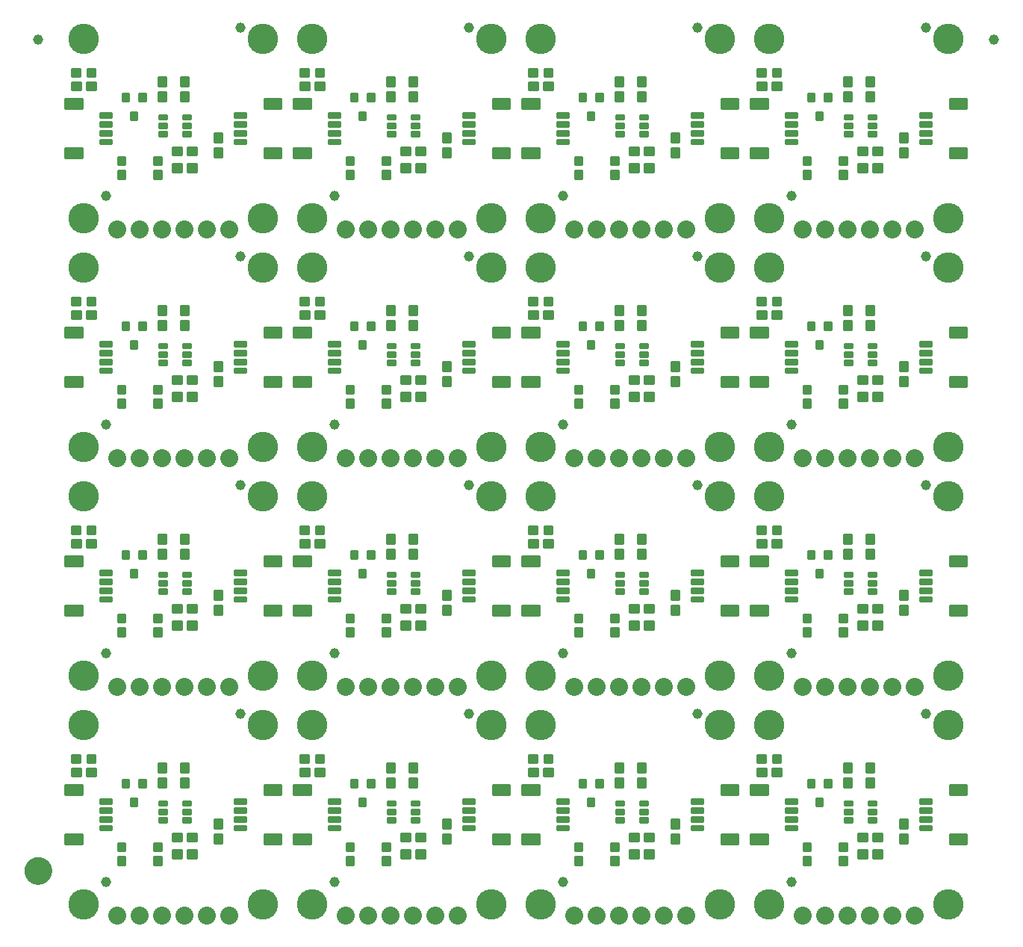
<source format=gts>
G04 EAGLE Gerber RS-274X export*
G75*
%MOMM*%
%FSLAX34Y34*%
%LPD*%
%INSoldermask Top*%
%IPPOS*%
%AMOC8*
5,1,8,0,0,1.08239X$1,22.5*%
G01*
%ADD10C,1.152400*%
%ADD11C,3.454400*%
%ADD12C,0.243431*%
%ADD13C,0.255816*%
%ADD14C,0.253525*%
%ADD15C,0.256031*%
%ADD16C,2.032000*%
%ADD17C,0.257147*%
%ADD18C,0.449434*%
%ADD19C,0.252575*%
%ADD20C,1.270000*%
%ADD21C,1.652400*%


D10*
X50800Y50800D03*
X203200Y241300D03*
D11*
X228600Y25400D03*
X25400Y25400D03*
X228600Y228600D03*
X25400Y228600D03*
D12*
X4505Y160545D02*
X4505Y149455D01*
X4505Y160545D02*
X23595Y160545D01*
X23595Y149455D01*
X4505Y149455D01*
X4505Y151767D02*
X23595Y151767D01*
X23595Y154079D02*
X4505Y154079D01*
X4505Y156391D02*
X23595Y156391D01*
X23595Y158703D02*
X4505Y158703D01*
X4505Y104545D02*
X4505Y93455D01*
X4505Y104545D02*
X23595Y104545D01*
X23595Y93455D01*
X4505Y93455D01*
X4505Y95767D02*
X23595Y95767D01*
X23595Y98079D02*
X4505Y98079D01*
X4505Y100391D02*
X23595Y100391D01*
X23595Y102703D02*
X4505Y102703D01*
D13*
X44567Y139517D02*
X44567Y144483D01*
X57033Y144483D01*
X57033Y139517D01*
X44567Y139517D01*
X44567Y141947D02*
X57033Y141947D01*
X57033Y144377D02*
X44567Y144377D01*
X44567Y134483D02*
X44567Y129517D01*
X44567Y134483D02*
X57033Y134483D01*
X57033Y129517D01*
X44567Y129517D01*
X44567Y131947D02*
X57033Y131947D01*
X57033Y134377D02*
X44567Y134377D01*
X44567Y124483D02*
X44567Y119517D01*
X44567Y124483D02*
X57033Y124483D01*
X57033Y119517D01*
X44567Y119517D01*
X44567Y121947D02*
X57033Y121947D01*
X57033Y124377D02*
X44567Y124377D01*
X44567Y114483D02*
X44567Y109517D01*
X44567Y114483D02*
X57033Y114483D01*
X57033Y109517D01*
X44567Y109517D01*
X44567Y111947D02*
X57033Y111947D01*
X57033Y114377D02*
X44567Y114377D01*
D12*
X249495Y104545D02*
X249495Y93455D01*
X230405Y93455D01*
X230405Y104545D01*
X249495Y104545D01*
X249495Y95767D02*
X230405Y95767D01*
X230405Y98079D02*
X249495Y98079D01*
X249495Y100391D02*
X230405Y100391D01*
X230405Y102703D02*
X249495Y102703D01*
X249495Y149455D02*
X249495Y160545D01*
X249495Y149455D02*
X230405Y149455D01*
X230405Y160545D01*
X249495Y160545D01*
X249495Y151767D02*
X230405Y151767D01*
X230405Y154079D02*
X249495Y154079D01*
X249495Y156391D02*
X230405Y156391D01*
X230405Y158703D02*
X249495Y158703D01*
D13*
X209433Y114483D02*
X209433Y109517D01*
X196967Y109517D01*
X196967Y114483D01*
X209433Y114483D01*
X209433Y111947D02*
X196967Y111947D01*
X196967Y114377D02*
X209433Y114377D01*
X209433Y119517D02*
X209433Y124483D01*
X209433Y119517D02*
X196967Y119517D01*
X196967Y124483D01*
X209433Y124483D01*
X209433Y121947D02*
X196967Y121947D01*
X196967Y124377D02*
X209433Y124377D01*
X209433Y129517D02*
X209433Y134483D01*
X209433Y129517D02*
X196967Y129517D01*
X196967Y134483D01*
X209433Y134483D01*
X209433Y131947D02*
X196967Y131947D01*
X196967Y134377D02*
X209433Y134377D01*
X209433Y139517D02*
X209433Y144483D01*
X209433Y139517D02*
X196967Y139517D01*
X196967Y144483D01*
X209433Y144483D01*
X209433Y141947D02*
X196967Y141947D01*
X196967Y144377D02*
X209433Y144377D01*
D14*
X144195Y157955D02*
X144195Y167945D01*
X144195Y157955D02*
X135205Y157955D01*
X135205Y167945D01*
X144195Y167945D01*
X144195Y160363D02*
X135205Y160363D01*
X135205Y162771D02*
X144195Y162771D01*
X144195Y165179D02*
X135205Y165179D01*
X135205Y167587D02*
X144195Y167587D01*
X144195Y174955D02*
X144195Y184945D01*
X144195Y174955D02*
X135205Y174955D01*
X135205Y184945D01*
X144195Y184945D01*
X144195Y177363D02*
X135205Y177363D01*
X135205Y179771D02*
X144195Y179771D01*
X144195Y182179D02*
X135205Y182179D01*
X135205Y184587D02*
X144195Y184587D01*
X182295Y104445D02*
X182295Y94455D01*
X173305Y94455D01*
X173305Y104445D01*
X182295Y104445D01*
X182295Y96863D02*
X173305Y96863D01*
X173305Y99271D02*
X182295Y99271D01*
X182295Y101679D02*
X173305Y101679D01*
X173305Y104087D02*
X182295Y104087D01*
X182295Y111455D02*
X182295Y121445D01*
X182295Y111455D02*
X173305Y111455D01*
X173305Y121445D01*
X182295Y121445D01*
X182295Y113863D02*
X173305Y113863D01*
X173305Y116271D02*
X182295Y116271D01*
X182295Y118679D02*
X173305Y118679D01*
X173305Y121087D02*
X182295Y121087D01*
X118795Y157955D02*
X118795Y167945D01*
X118795Y157955D02*
X109805Y157955D01*
X109805Y167945D01*
X118795Y167945D01*
X118795Y160363D02*
X109805Y160363D01*
X109805Y162771D02*
X118795Y162771D01*
X118795Y165179D02*
X109805Y165179D01*
X109805Y167587D02*
X118795Y167587D01*
X118795Y174955D02*
X118795Y184945D01*
X118795Y174955D02*
X109805Y174955D01*
X109805Y184945D01*
X118795Y184945D01*
X118795Y177363D02*
X109805Y177363D01*
X109805Y179771D02*
X118795Y179771D01*
X118795Y182179D02*
X109805Y182179D01*
X109805Y184587D02*
X118795Y184587D01*
D15*
X119497Y137526D02*
X110755Y137526D01*
X110755Y142078D01*
X119497Y142078D01*
X119497Y137526D01*
X119497Y139958D02*
X110755Y139958D01*
X110755Y128026D02*
X119497Y128026D01*
X110755Y128026D02*
X110755Y132578D01*
X119497Y132578D01*
X119497Y128026D01*
X119497Y130458D02*
X110755Y130458D01*
X110755Y118526D02*
X119497Y118526D01*
X110755Y118526D02*
X110755Y123078D01*
X119497Y123078D01*
X119497Y118526D01*
X119497Y120958D02*
X110755Y120958D01*
X138060Y118526D02*
X146802Y118526D01*
X138060Y118526D02*
X138060Y123078D01*
X146802Y123078D01*
X146802Y118526D01*
X146802Y120958D02*
X138060Y120958D01*
X138060Y128026D02*
X146802Y128026D01*
X138060Y128026D02*
X138060Y132578D01*
X146802Y132578D01*
X146802Y128026D01*
X146802Y130458D02*
X138060Y130458D01*
X138060Y137526D02*
X146802Y137526D01*
X138060Y137526D02*
X138060Y142078D01*
X146802Y142078D01*
X146802Y137526D01*
X146802Y139958D02*
X138060Y139958D01*
D14*
X143205Y106095D02*
X153195Y106095D01*
X153195Y97105D01*
X143205Y97105D01*
X143205Y106095D01*
X143205Y99513D02*
X153195Y99513D01*
X153195Y101921D02*
X143205Y101921D01*
X143205Y104329D02*
X153195Y104329D01*
X136195Y106095D02*
X126205Y106095D01*
X136195Y106095D02*
X136195Y97105D01*
X126205Y97105D01*
X126205Y106095D01*
X126205Y99513D02*
X136195Y99513D01*
X136195Y101921D02*
X126205Y101921D01*
X126205Y104329D02*
X136195Y104329D01*
D16*
X63500Y12700D03*
X88900Y12700D03*
X114300Y12700D03*
X139700Y12700D03*
X165100Y12700D03*
X190500Y12700D03*
D17*
X95527Y166377D02*
X88573Y166377D01*
X95527Y166377D02*
X95527Y158423D01*
X88573Y158423D01*
X88573Y166377D01*
X88573Y160865D02*
X95527Y160865D01*
X95527Y163307D02*
X88573Y163307D01*
X88573Y165749D02*
X95527Y165749D01*
X76527Y166377D02*
X69573Y166377D01*
X76527Y166377D02*
X76527Y158423D01*
X69573Y158423D01*
X69573Y166377D01*
X69573Y160865D02*
X76527Y160865D01*
X76527Y163307D02*
X69573Y163307D01*
X69573Y165749D02*
X76527Y165749D01*
X79073Y145377D02*
X86027Y145377D01*
X86027Y137423D01*
X79073Y137423D01*
X79073Y145377D01*
X79073Y139865D02*
X86027Y139865D01*
X86027Y142307D02*
X79073Y142307D01*
X79073Y144749D02*
X86027Y144749D01*
D18*
X20145Y186985D02*
X20145Y194015D01*
X20145Y186985D02*
X13115Y186985D01*
X13115Y194015D01*
X20145Y194015D01*
X20145Y191254D02*
X13115Y191254D01*
X37685Y194015D02*
X37685Y186985D01*
X30655Y186985D01*
X30655Y194015D01*
X37685Y194015D01*
X37685Y191254D02*
X30655Y191254D01*
D14*
X21895Y170765D02*
X11905Y170765D01*
X11905Y179755D01*
X21895Y179755D01*
X21895Y170765D01*
X21895Y173173D02*
X11905Y173173D01*
X11905Y175581D02*
X21895Y175581D01*
X21895Y177989D02*
X11905Y177989D01*
X28905Y170765D02*
X38895Y170765D01*
X28905Y170765D02*
X28905Y179755D01*
X38895Y179755D01*
X38895Y170765D01*
X38895Y173173D02*
X28905Y173173D01*
X28905Y175581D02*
X38895Y175581D01*
X38895Y177989D02*
X28905Y177989D01*
X126205Y78055D02*
X136195Y78055D01*
X126205Y78055D02*
X126205Y87045D01*
X136195Y87045D01*
X136195Y78055D01*
X136195Y80463D02*
X126205Y80463D01*
X126205Y82871D02*
X136195Y82871D01*
X136195Y85279D02*
X126205Y85279D01*
X143205Y78055D02*
X153195Y78055D01*
X143205Y78055D02*
X143205Y87045D01*
X153195Y87045D01*
X153195Y78055D01*
X153195Y80463D02*
X143205Y80463D01*
X143205Y82871D02*
X153195Y82871D01*
X153195Y85279D02*
X143205Y85279D01*
D19*
X113399Y86051D02*
X105401Y86051D01*
X105401Y95049D01*
X113399Y95049D01*
X113399Y86051D01*
X113399Y88451D02*
X105401Y88451D01*
X105401Y90851D02*
X113399Y90851D01*
X113399Y93251D02*
X105401Y93251D01*
X105401Y70051D02*
X113399Y70051D01*
X105401Y70051D02*
X105401Y79049D01*
X113399Y79049D01*
X113399Y70051D01*
X113399Y72451D02*
X105401Y72451D01*
X105401Y74851D02*
X113399Y74851D01*
X113399Y77251D02*
X105401Y77251D01*
X72399Y70051D02*
X64401Y70051D01*
X64401Y79049D01*
X72399Y79049D01*
X72399Y70051D01*
X72399Y72451D02*
X64401Y72451D01*
X64401Y74851D02*
X72399Y74851D01*
X72399Y77251D02*
X64401Y77251D01*
X64401Y86051D02*
X72399Y86051D01*
X64401Y86051D02*
X64401Y95049D01*
X72399Y95049D01*
X72399Y86051D01*
X72399Y88451D02*
X64401Y88451D01*
X64401Y90851D02*
X72399Y90851D01*
X72399Y93251D02*
X64401Y93251D01*
D10*
X309880Y50800D03*
X462280Y241300D03*
D11*
X487680Y25400D03*
X284480Y25400D03*
X487680Y228600D03*
X284480Y228600D03*
D12*
X263585Y160545D02*
X263585Y149455D01*
X263585Y160545D02*
X282675Y160545D01*
X282675Y149455D01*
X263585Y149455D01*
X263585Y151767D02*
X282675Y151767D01*
X282675Y154079D02*
X263585Y154079D01*
X263585Y156391D02*
X282675Y156391D01*
X282675Y158703D02*
X263585Y158703D01*
X263585Y104545D02*
X263585Y93455D01*
X263585Y104545D02*
X282675Y104545D01*
X282675Y93455D01*
X263585Y93455D01*
X263585Y95767D02*
X282675Y95767D01*
X282675Y98079D02*
X263585Y98079D01*
X263585Y100391D02*
X282675Y100391D01*
X282675Y102703D02*
X263585Y102703D01*
D13*
X303647Y139517D02*
X303647Y144483D01*
X316113Y144483D01*
X316113Y139517D01*
X303647Y139517D01*
X303647Y141947D02*
X316113Y141947D01*
X316113Y144377D02*
X303647Y144377D01*
X303647Y134483D02*
X303647Y129517D01*
X303647Y134483D02*
X316113Y134483D01*
X316113Y129517D01*
X303647Y129517D01*
X303647Y131947D02*
X316113Y131947D01*
X316113Y134377D02*
X303647Y134377D01*
X303647Y124483D02*
X303647Y119517D01*
X303647Y124483D02*
X316113Y124483D01*
X316113Y119517D01*
X303647Y119517D01*
X303647Y121947D02*
X316113Y121947D01*
X316113Y124377D02*
X303647Y124377D01*
X303647Y114483D02*
X303647Y109517D01*
X303647Y114483D02*
X316113Y114483D01*
X316113Y109517D01*
X303647Y109517D01*
X303647Y111947D02*
X316113Y111947D01*
X316113Y114377D02*
X303647Y114377D01*
D12*
X508575Y104545D02*
X508575Y93455D01*
X489485Y93455D01*
X489485Y104545D01*
X508575Y104545D01*
X508575Y95767D02*
X489485Y95767D01*
X489485Y98079D02*
X508575Y98079D01*
X508575Y100391D02*
X489485Y100391D01*
X489485Y102703D02*
X508575Y102703D01*
X508575Y149455D02*
X508575Y160545D01*
X508575Y149455D02*
X489485Y149455D01*
X489485Y160545D01*
X508575Y160545D01*
X508575Y151767D02*
X489485Y151767D01*
X489485Y154079D02*
X508575Y154079D01*
X508575Y156391D02*
X489485Y156391D01*
X489485Y158703D02*
X508575Y158703D01*
D13*
X468513Y114483D02*
X468513Y109517D01*
X456047Y109517D01*
X456047Y114483D01*
X468513Y114483D01*
X468513Y111947D02*
X456047Y111947D01*
X456047Y114377D02*
X468513Y114377D01*
X468513Y119517D02*
X468513Y124483D01*
X468513Y119517D02*
X456047Y119517D01*
X456047Y124483D01*
X468513Y124483D01*
X468513Y121947D02*
X456047Y121947D01*
X456047Y124377D02*
X468513Y124377D01*
X468513Y129517D02*
X468513Y134483D01*
X468513Y129517D02*
X456047Y129517D01*
X456047Y134483D01*
X468513Y134483D01*
X468513Y131947D02*
X456047Y131947D01*
X456047Y134377D02*
X468513Y134377D01*
X468513Y139517D02*
X468513Y144483D01*
X468513Y139517D02*
X456047Y139517D01*
X456047Y144483D01*
X468513Y144483D01*
X468513Y141947D02*
X456047Y141947D01*
X456047Y144377D02*
X468513Y144377D01*
D14*
X403275Y157955D02*
X403275Y167945D01*
X403275Y157955D02*
X394285Y157955D01*
X394285Y167945D01*
X403275Y167945D01*
X403275Y160363D02*
X394285Y160363D01*
X394285Y162771D02*
X403275Y162771D01*
X403275Y165179D02*
X394285Y165179D01*
X394285Y167587D02*
X403275Y167587D01*
X403275Y174955D02*
X403275Y184945D01*
X403275Y174955D02*
X394285Y174955D01*
X394285Y184945D01*
X403275Y184945D01*
X403275Y177363D02*
X394285Y177363D01*
X394285Y179771D02*
X403275Y179771D01*
X403275Y182179D02*
X394285Y182179D01*
X394285Y184587D02*
X403275Y184587D01*
X441375Y104445D02*
X441375Y94455D01*
X432385Y94455D01*
X432385Y104445D01*
X441375Y104445D01*
X441375Y96863D02*
X432385Y96863D01*
X432385Y99271D02*
X441375Y99271D01*
X441375Y101679D02*
X432385Y101679D01*
X432385Y104087D02*
X441375Y104087D01*
X441375Y111455D02*
X441375Y121445D01*
X441375Y111455D02*
X432385Y111455D01*
X432385Y121445D01*
X441375Y121445D01*
X441375Y113863D02*
X432385Y113863D01*
X432385Y116271D02*
X441375Y116271D01*
X441375Y118679D02*
X432385Y118679D01*
X432385Y121087D02*
X441375Y121087D01*
X377875Y157955D02*
X377875Y167945D01*
X377875Y157955D02*
X368885Y157955D01*
X368885Y167945D01*
X377875Y167945D01*
X377875Y160363D02*
X368885Y160363D01*
X368885Y162771D02*
X377875Y162771D01*
X377875Y165179D02*
X368885Y165179D01*
X368885Y167587D02*
X377875Y167587D01*
X377875Y174955D02*
X377875Y184945D01*
X377875Y174955D02*
X368885Y174955D01*
X368885Y184945D01*
X377875Y184945D01*
X377875Y177363D02*
X368885Y177363D01*
X368885Y179771D02*
X377875Y179771D01*
X377875Y182179D02*
X368885Y182179D01*
X368885Y184587D02*
X377875Y184587D01*
D15*
X378577Y137526D02*
X369835Y137526D01*
X369835Y142078D01*
X378577Y142078D01*
X378577Y137526D01*
X378577Y139958D02*
X369835Y139958D01*
X369835Y128026D02*
X378577Y128026D01*
X369835Y128026D02*
X369835Y132578D01*
X378577Y132578D01*
X378577Y128026D01*
X378577Y130458D02*
X369835Y130458D01*
X369835Y118526D02*
X378577Y118526D01*
X369835Y118526D02*
X369835Y123078D01*
X378577Y123078D01*
X378577Y118526D01*
X378577Y120958D02*
X369835Y120958D01*
X397140Y118526D02*
X405882Y118526D01*
X397140Y118526D02*
X397140Y123078D01*
X405882Y123078D01*
X405882Y118526D01*
X405882Y120958D02*
X397140Y120958D01*
X397140Y128026D02*
X405882Y128026D01*
X397140Y128026D02*
X397140Y132578D01*
X405882Y132578D01*
X405882Y128026D01*
X405882Y130458D02*
X397140Y130458D01*
X397140Y137526D02*
X405882Y137526D01*
X397140Y137526D02*
X397140Y142078D01*
X405882Y142078D01*
X405882Y137526D01*
X405882Y139958D02*
X397140Y139958D01*
D14*
X402285Y106095D02*
X412275Y106095D01*
X412275Y97105D01*
X402285Y97105D01*
X402285Y106095D01*
X402285Y99513D02*
X412275Y99513D01*
X412275Y101921D02*
X402285Y101921D01*
X402285Y104329D02*
X412275Y104329D01*
X395275Y106095D02*
X385285Y106095D01*
X395275Y106095D02*
X395275Y97105D01*
X385285Y97105D01*
X385285Y106095D01*
X385285Y99513D02*
X395275Y99513D01*
X395275Y101921D02*
X385285Y101921D01*
X385285Y104329D02*
X395275Y104329D01*
D16*
X322580Y12700D03*
X347980Y12700D03*
X373380Y12700D03*
X398780Y12700D03*
X424180Y12700D03*
X449580Y12700D03*
D17*
X354607Y166377D02*
X347653Y166377D01*
X354607Y166377D02*
X354607Y158423D01*
X347653Y158423D01*
X347653Y166377D01*
X347653Y160865D02*
X354607Y160865D01*
X354607Y163307D02*
X347653Y163307D01*
X347653Y165749D02*
X354607Y165749D01*
X335607Y166377D02*
X328653Y166377D01*
X335607Y166377D02*
X335607Y158423D01*
X328653Y158423D01*
X328653Y166377D01*
X328653Y160865D02*
X335607Y160865D01*
X335607Y163307D02*
X328653Y163307D01*
X328653Y165749D02*
X335607Y165749D01*
X338153Y145377D02*
X345107Y145377D01*
X345107Y137423D01*
X338153Y137423D01*
X338153Y145377D01*
X338153Y139865D02*
X345107Y139865D01*
X345107Y142307D02*
X338153Y142307D01*
X338153Y144749D02*
X345107Y144749D01*
D18*
X279225Y186985D02*
X279225Y194015D01*
X279225Y186985D02*
X272195Y186985D01*
X272195Y194015D01*
X279225Y194015D01*
X279225Y191254D02*
X272195Y191254D01*
X296765Y194015D02*
X296765Y186985D01*
X289735Y186985D01*
X289735Y194015D01*
X296765Y194015D01*
X296765Y191254D02*
X289735Y191254D01*
D14*
X280975Y170765D02*
X270985Y170765D01*
X270985Y179755D01*
X280975Y179755D01*
X280975Y170765D01*
X280975Y173173D02*
X270985Y173173D01*
X270985Y175581D02*
X280975Y175581D01*
X280975Y177989D02*
X270985Y177989D01*
X287985Y170765D02*
X297975Y170765D01*
X287985Y170765D02*
X287985Y179755D01*
X297975Y179755D01*
X297975Y170765D01*
X297975Y173173D02*
X287985Y173173D01*
X287985Y175581D02*
X297975Y175581D01*
X297975Y177989D02*
X287985Y177989D01*
X385285Y78055D02*
X395275Y78055D01*
X385285Y78055D02*
X385285Y87045D01*
X395275Y87045D01*
X395275Y78055D01*
X395275Y80463D02*
X385285Y80463D01*
X385285Y82871D02*
X395275Y82871D01*
X395275Y85279D02*
X385285Y85279D01*
X402285Y78055D02*
X412275Y78055D01*
X402285Y78055D02*
X402285Y87045D01*
X412275Y87045D01*
X412275Y78055D01*
X412275Y80463D02*
X402285Y80463D01*
X402285Y82871D02*
X412275Y82871D01*
X412275Y85279D02*
X402285Y85279D01*
D19*
X372479Y86051D02*
X364481Y86051D01*
X364481Y95049D01*
X372479Y95049D01*
X372479Y86051D01*
X372479Y88451D02*
X364481Y88451D01*
X364481Y90851D02*
X372479Y90851D01*
X372479Y93251D02*
X364481Y93251D01*
X364481Y70051D02*
X372479Y70051D01*
X364481Y70051D02*
X364481Y79049D01*
X372479Y79049D01*
X372479Y70051D01*
X372479Y72451D02*
X364481Y72451D01*
X364481Y74851D02*
X372479Y74851D01*
X372479Y77251D02*
X364481Y77251D01*
X331479Y70051D02*
X323481Y70051D01*
X323481Y79049D01*
X331479Y79049D01*
X331479Y70051D01*
X331479Y72451D02*
X323481Y72451D01*
X323481Y74851D02*
X331479Y74851D01*
X331479Y77251D02*
X323481Y77251D01*
X323481Y86051D02*
X331479Y86051D01*
X323481Y86051D02*
X323481Y95049D01*
X331479Y95049D01*
X331479Y86051D01*
X331479Y88451D02*
X323481Y88451D01*
X323481Y90851D02*
X331479Y90851D01*
X331479Y93251D02*
X323481Y93251D01*
D10*
X568960Y50800D03*
X721360Y241300D03*
D11*
X746760Y25400D03*
X543560Y25400D03*
X746760Y228600D03*
X543560Y228600D03*
D12*
X522665Y160545D02*
X522665Y149455D01*
X522665Y160545D02*
X541755Y160545D01*
X541755Y149455D01*
X522665Y149455D01*
X522665Y151767D02*
X541755Y151767D01*
X541755Y154079D02*
X522665Y154079D01*
X522665Y156391D02*
X541755Y156391D01*
X541755Y158703D02*
X522665Y158703D01*
X522665Y104545D02*
X522665Y93455D01*
X522665Y104545D02*
X541755Y104545D01*
X541755Y93455D01*
X522665Y93455D01*
X522665Y95767D02*
X541755Y95767D01*
X541755Y98079D02*
X522665Y98079D01*
X522665Y100391D02*
X541755Y100391D01*
X541755Y102703D02*
X522665Y102703D01*
D13*
X562727Y139517D02*
X562727Y144483D01*
X575193Y144483D01*
X575193Y139517D01*
X562727Y139517D01*
X562727Y141947D02*
X575193Y141947D01*
X575193Y144377D02*
X562727Y144377D01*
X562727Y134483D02*
X562727Y129517D01*
X562727Y134483D02*
X575193Y134483D01*
X575193Y129517D01*
X562727Y129517D01*
X562727Y131947D02*
X575193Y131947D01*
X575193Y134377D02*
X562727Y134377D01*
X562727Y124483D02*
X562727Y119517D01*
X562727Y124483D02*
X575193Y124483D01*
X575193Y119517D01*
X562727Y119517D01*
X562727Y121947D02*
X575193Y121947D01*
X575193Y124377D02*
X562727Y124377D01*
X562727Y114483D02*
X562727Y109517D01*
X562727Y114483D02*
X575193Y114483D01*
X575193Y109517D01*
X562727Y109517D01*
X562727Y111947D02*
X575193Y111947D01*
X575193Y114377D02*
X562727Y114377D01*
D12*
X767655Y104545D02*
X767655Y93455D01*
X748565Y93455D01*
X748565Y104545D01*
X767655Y104545D01*
X767655Y95767D02*
X748565Y95767D01*
X748565Y98079D02*
X767655Y98079D01*
X767655Y100391D02*
X748565Y100391D01*
X748565Y102703D02*
X767655Y102703D01*
X767655Y149455D02*
X767655Y160545D01*
X767655Y149455D02*
X748565Y149455D01*
X748565Y160545D01*
X767655Y160545D01*
X767655Y151767D02*
X748565Y151767D01*
X748565Y154079D02*
X767655Y154079D01*
X767655Y156391D02*
X748565Y156391D01*
X748565Y158703D02*
X767655Y158703D01*
D13*
X727593Y114483D02*
X727593Y109517D01*
X715127Y109517D01*
X715127Y114483D01*
X727593Y114483D01*
X727593Y111947D02*
X715127Y111947D01*
X715127Y114377D02*
X727593Y114377D01*
X727593Y119517D02*
X727593Y124483D01*
X727593Y119517D02*
X715127Y119517D01*
X715127Y124483D01*
X727593Y124483D01*
X727593Y121947D02*
X715127Y121947D01*
X715127Y124377D02*
X727593Y124377D01*
X727593Y129517D02*
X727593Y134483D01*
X727593Y129517D02*
X715127Y129517D01*
X715127Y134483D01*
X727593Y134483D01*
X727593Y131947D02*
X715127Y131947D01*
X715127Y134377D02*
X727593Y134377D01*
X727593Y139517D02*
X727593Y144483D01*
X727593Y139517D02*
X715127Y139517D01*
X715127Y144483D01*
X727593Y144483D01*
X727593Y141947D02*
X715127Y141947D01*
X715127Y144377D02*
X727593Y144377D01*
D14*
X662355Y157955D02*
X662355Y167945D01*
X662355Y157955D02*
X653365Y157955D01*
X653365Y167945D01*
X662355Y167945D01*
X662355Y160363D02*
X653365Y160363D01*
X653365Y162771D02*
X662355Y162771D01*
X662355Y165179D02*
X653365Y165179D01*
X653365Y167587D02*
X662355Y167587D01*
X662355Y174955D02*
X662355Y184945D01*
X662355Y174955D02*
X653365Y174955D01*
X653365Y184945D01*
X662355Y184945D01*
X662355Y177363D02*
X653365Y177363D01*
X653365Y179771D02*
X662355Y179771D01*
X662355Y182179D02*
X653365Y182179D01*
X653365Y184587D02*
X662355Y184587D01*
X700455Y104445D02*
X700455Y94455D01*
X691465Y94455D01*
X691465Y104445D01*
X700455Y104445D01*
X700455Y96863D02*
X691465Y96863D01*
X691465Y99271D02*
X700455Y99271D01*
X700455Y101679D02*
X691465Y101679D01*
X691465Y104087D02*
X700455Y104087D01*
X700455Y111455D02*
X700455Y121445D01*
X700455Y111455D02*
X691465Y111455D01*
X691465Y121445D01*
X700455Y121445D01*
X700455Y113863D02*
X691465Y113863D01*
X691465Y116271D02*
X700455Y116271D01*
X700455Y118679D02*
X691465Y118679D01*
X691465Y121087D02*
X700455Y121087D01*
X636955Y157955D02*
X636955Y167945D01*
X636955Y157955D02*
X627965Y157955D01*
X627965Y167945D01*
X636955Y167945D01*
X636955Y160363D02*
X627965Y160363D01*
X627965Y162771D02*
X636955Y162771D01*
X636955Y165179D02*
X627965Y165179D01*
X627965Y167587D02*
X636955Y167587D01*
X636955Y174955D02*
X636955Y184945D01*
X636955Y174955D02*
X627965Y174955D01*
X627965Y184945D01*
X636955Y184945D01*
X636955Y177363D02*
X627965Y177363D01*
X627965Y179771D02*
X636955Y179771D01*
X636955Y182179D02*
X627965Y182179D01*
X627965Y184587D02*
X636955Y184587D01*
D15*
X637657Y137526D02*
X628915Y137526D01*
X628915Y142078D01*
X637657Y142078D01*
X637657Y137526D01*
X637657Y139958D02*
X628915Y139958D01*
X628915Y128026D02*
X637657Y128026D01*
X628915Y128026D02*
X628915Y132578D01*
X637657Y132578D01*
X637657Y128026D01*
X637657Y130458D02*
X628915Y130458D01*
X628915Y118526D02*
X637657Y118526D01*
X628915Y118526D02*
X628915Y123078D01*
X637657Y123078D01*
X637657Y118526D01*
X637657Y120958D02*
X628915Y120958D01*
X656220Y118526D02*
X664962Y118526D01*
X656220Y118526D02*
X656220Y123078D01*
X664962Y123078D01*
X664962Y118526D01*
X664962Y120958D02*
X656220Y120958D01*
X656220Y128026D02*
X664962Y128026D01*
X656220Y128026D02*
X656220Y132578D01*
X664962Y132578D01*
X664962Y128026D01*
X664962Y130458D02*
X656220Y130458D01*
X656220Y137526D02*
X664962Y137526D01*
X656220Y137526D02*
X656220Y142078D01*
X664962Y142078D01*
X664962Y137526D01*
X664962Y139958D02*
X656220Y139958D01*
D14*
X661365Y106095D02*
X671355Y106095D01*
X671355Y97105D01*
X661365Y97105D01*
X661365Y106095D01*
X661365Y99513D02*
X671355Y99513D01*
X671355Y101921D02*
X661365Y101921D01*
X661365Y104329D02*
X671355Y104329D01*
X654355Y106095D02*
X644365Y106095D01*
X654355Y106095D02*
X654355Y97105D01*
X644365Y97105D01*
X644365Y106095D01*
X644365Y99513D02*
X654355Y99513D01*
X654355Y101921D02*
X644365Y101921D01*
X644365Y104329D02*
X654355Y104329D01*
D16*
X581660Y12700D03*
X607060Y12700D03*
X632460Y12700D03*
X657860Y12700D03*
X683260Y12700D03*
X708660Y12700D03*
D17*
X613687Y166377D02*
X606733Y166377D01*
X613687Y166377D02*
X613687Y158423D01*
X606733Y158423D01*
X606733Y166377D01*
X606733Y160865D02*
X613687Y160865D01*
X613687Y163307D02*
X606733Y163307D01*
X606733Y165749D02*
X613687Y165749D01*
X594687Y166377D02*
X587733Y166377D01*
X594687Y166377D02*
X594687Y158423D01*
X587733Y158423D01*
X587733Y166377D01*
X587733Y160865D02*
X594687Y160865D01*
X594687Y163307D02*
X587733Y163307D01*
X587733Y165749D02*
X594687Y165749D01*
X597233Y145377D02*
X604187Y145377D01*
X604187Y137423D01*
X597233Y137423D01*
X597233Y145377D01*
X597233Y139865D02*
X604187Y139865D01*
X604187Y142307D02*
X597233Y142307D01*
X597233Y144749D02*
X604187Y144749D01*
D18*
X538305Y186985D02*
X538305Y194015D01*
X538305Y186985D02*
X531275Y186985D01*
X531275Y194015D01*
X538305Y194015D01*
X538305Y191254D02*
X531275Y191254D01*
X555845Y194015D02*
X555845Y186985D01*
X548815Y186985D01*
X548815Y194015D01*
X555845Y194015D01*
X555845Y191254D02*
X548815Y191254D01*
D14*
X540055Y170765D02*
X530065Y170765D01*
X530065Y179755D01*
X540055Y179755D01*
X540055Y170765D01*
X540055Y173173D02*
X530065Y173173D01*
X530065Y175581D02*
X540055Y175581D01*
X540055Y177989D02*
X530065Y177989D01*
X547065Y170765D02*
X557055Y170765D01*
X547065Y170765D02*
X547065Y179755D01*
X557055Y179755D01*
X557055Y170765D01*
X557055Y173173D02*
X547065Y173173D01*
X547065Y175581D02*
X557055Y175581D01*
X557055Y177989D02*
X547065Y177989D01*
X644365Y78055D02*
X654355Y78055D01*
X644365Y78055D02*
X644365Y87045D01*
X654355Y87045D01*
X654355Y78055D01*
X654355Y80463D02*
X644365Y80463D01*
X644365Y82871D02*
X654355Y82871D01*
X654355Y85279D02*
X644365Y85279D01*
X661365Y78055D02*
X671355Y78055D01*
X661365Y78055D02*
X661365Y87045D01*
X671355Y87045D01*
X671355Y78055D01*
X671355Y80463D02*
X661365Y80463D01*
X661365Y82871D02*
X671355Y82871D01*
X671355Y85279D02*
X661365Y85279D01*
D19*
X631559Y86051D02*
X623561Y86051D01*
X623561Y95049D01*
X631559Y95049D01*
X631559Y86051D01*
X631559Y88451D02*
X623561Y88451D01*
X623561Y90851D02*
X631559Y90851D01*
X631559Y93251D02*
X623561Y93251D01*
X623561Y70051D02*
X631559Y70051D01*
X623561Y70051D02*
X623561Y79049D01*
X631559Y79049D01*
X631559Y70051D01*
X631559Y72451D02*
X623561Y72451D01*
X623561Y74851D02*
X631559Y74851D01*
X631559Y77251D02*
X623561Y77251D01*
X590559Y70051D02*
X582561Y70051D01*
X582561Y79049D01*
X590559Y79049D01*
X590559Y70051D01*
X590559Y72451D02*
X582561Y72451D01*
X582561Y74851D02*
X590559Y74851D01*
X590559Y77251D02*
X582561Y77251D01*
X582561Y86051D02*
X590559Y86051D01*
X582561Y86051D02*
X582561Y95049D01*
X590559Y95049D01*
X590559Y86051D01*
X590559Y88451D02*
X582561Y88451D01*
X582561Y90851D02*
X590559Y90851D01*
X590559Y93251D02*
X582561Y93251D01*
D10*
X828040Y50800D03*
X980440Y241300D03*
D11*
X1005840Y25400D03*
X802640Y25400D03*
X1005840Y228600D03*
X802640Y228600D03*
D12*
X781745Y160545D02*
X781745Y149455D01*
X781745Y160545D02*
X800835Y160545D01*
X800835Y149455D01*
X781745Y149455D01*
X781745Y151767D02*
X800835Y151767D01*
X800835Y154079D02*
X781745Y154079D01*
X781745Y156391D02*
X800835Y156391D01*
X800835Y158703D02*
X781745Y158703D01*
X781745Y104545D02*
X781745Y93455D01*
X781745Y104545D02*
X800835Y104545D01*
X800835Y93455D01*
X781745Y93455D01*
X781745Y95767D02*
X800835Y95767D01*
X800835Y98079D02*
X781745Y98079D01*
X781745Y100391D02*
X800835Y100391D01*
X800835Y102703D02*
X781745Y102703D01*
D13*
X821807Y139517D02*
X821807Y144483D01*
X834273Y144483D01*
X834273Y139517D01*
X821807Y139517D01*
X821807Y141947D02*
X834273Y141947D01*
X834273Y144377D02*
X821807Y144377D01*
X821807Y134483D02*
X821807Y129517D01*
X821807Y134483D02*
X834273Y134483D01*
X834273Y129517D01*
X821807Y129517D01*
X821807Y131947D02*
X834273Y131947D01*
X834273Y134377D02*
X821807Y134377D01*
X821807Y124483D02*
X821807Y119517D01*
X821807Y124483D02*
X834273Y124483D01*
X834273Y119517D01*
X821807Y119517D01*
X821807Y121947D02*
X834273Y121947D01*
X834273Y124377D02*
X821807Y124377D01*
X821807Y114483D02*
X821807Y109517D01*
X821807Y114483D02*
X834273Y114483D01*
X834273Y109517D01*
X821807Y109517D01*
X821807Y111947D02*
X834273Y111947D01*
X834273Y114377D02*
X821807Y114377D01*
D12*
X1026735Y104545D02*
X1026735Y93455D01*
X1007645Y93455D01*
X1007645Y104545D01*
X1026735Y104545D01*
X1026735Y95767D02*
X1007645Y95767D01*
X1007645Y98079D02*
X1026735Y98079D01*
X1026735Y100391D02*
X1007645Y100391D01*
X1007645Y102703D02*
X1026735Y102703D01*
X1026735Y149455D02*
X1026735Y160545D01*
X1026735Y149455D02*
X1007645Y149455D01*
X1007645Y160545D01*
X1026735Y160545D01*
X1026735Y151767D02*
X1007645Y151767D01*
X1007645Y154079D02*
X1026735Y154079D01*
X1026735Y156391D02*
X1007645Y156391D01*
X1007645Y158703D02*
X1026735Y158703D01*
D13*
X986673Y114483D02*
X986673Y109517D01*
X974207Y109517D01*
X974207Y114483D01*
X986673Y114483D01*
X986673Y111947D02*
X974207Y111947D01*
X974207Y114377D02*
X986673Y114377D01*
X986673Y119517D02*
X986673Y124483D01*
X986673Y119517D02*
X974207Y119517D01*
X974207Y124483D01*
X986673Y124483D01*
X986673Y121947D02*
X974207Y121947D01*
X974207Y124377D02*
X986673Y124377D01*
X986673Y129517D02*
X986673Y134483D01*
X986673Y129517D02*
X974207Y129517D01*
X974207Y134483D01*
X986673Y134483D01*
X986673Y131947D02*
X974207Y131947D01*
X974207Y134377D02*
X986673Y134377D01*
X986673Y139517D02*
X986673Y144483D01*
X986673Y139517D02*
X974207Y139517D01*
X974207Y144483D01*
X986673Y144483D01*
X986673Y141947D02*
X974207Y141947D01*
X974207Y144377D02*
X986673Y144377D01*
D14*
X921435Y157955D02*
X921435Y167945D01*
X921435Y157955D02*
X912445Y157955D01*
X912445Y167945D01*
X921435Y167945D01*
X921435Y160363D02*
X912445Y160363D01*
X912445Y162771D02*
X921435Y162771D01*
X921435Y165179D02*
X912445Y165179D01*
X912445Y167587D02*
X921435Y167587D01*
X921435Y174955D02*
X921435Y184945D01*
X921435Y174955D02*
X912445Y174955D01*
X912445Y184945D01*
X921435Y184945D01*
X921435Y177363D02*
X912445Y177363D01*
X912445Y179771D02*
X921435Y179771D01*
X921435Y182179D02*
X912445Y182179D01*
X912445Y184587D02*
X921435Y184587D01*
X959535Y104445D02*
X959535Y94455D01*
X950545Y94455D01*
X950545Y104445D01*
X959535Y104445D01*
X959535Y96863D02*
X950545Y96863D01*
X950545Y99271D02*
X959535Y99271D01*
X959535Y101679D02*
X950545Y101679D01*
X950545Y104087D02*
X959535Y104087D01*
X959535Y111455D02*
X959535Y121445D01*
X959535Y111455D02*
X950545Y111455D01*
X950545Y121445D01*
X959535Y121445D01*
X959535Y113863D02*
X950545Y113863D01*
X950545Y116271D02*
X959535Y116271D01*
X959535Y118679D02*
X950545Y118679D01*
X950545Y121087D02*
X959535Y121087D01*
X896035Y157955D02*
X896035Y167945D01*
X896035Y157955D02*
X887045Y157955D01*
X887045Y167945D01*
X896035Y167945D01*
X896035Y160363D02*
X887045Y160363D01*
X887045Y162771D02*
X896035Y162771D01*
X896035Y165179D02*
X887045Y165179D01*
X887045Y167587D02*
X896035Y167587D01*
X896035Y174955D02*
X896035Y184945D01*
X896035Y174955D02*
X887045Y174955D01*
X887045Y184945D01*
X896035Y184945D01*
X896035Y177363D02*
X887045Y177363D01*
X887045Y179771D02*
X896035Y179771D01*
X896035Y182179D02*
X887045Y182179D01*
X887045Y184587D02*
X896035Y184587D01*
D15*
X896737Y137526D02*
X887995Y137526D01*
X887995Y142078D01*
X896737Y142078D01*
X896737Y137526D01*
X896737Y139958D02*
X887995Y139958D01*
X887995Y128026D02*
X896737Y128026D01*
X887995Y128026D02*
X887995Y132578D01*
X896737Y132578D01*
X896737Y128026D01*
X896737Y130458D02*
X887995Y130458D01*
X887995Y118526D02*
X896737Y118526D01*
X887995Y118526D02*
X887995Y123078D01*
X896737Y123078D01*
X896737Y118526D01*
X896737Y120958D02*
X887995Y120958D01*
X915300Y118526D02*
X924042Y118526D01*
X915300Y118526D02*
X915300Y123078D01*
X924042Y123078D01*
X924042Y118526D01*
X924042Y120958D02*
X915300Y120958D01*
X915300Y128026D02*
X924042Y128026D01*
X915300Y128026D02*
X915300Y132578D01*
X924042Y132578D01*
X924042Y128026D01*
X924042Y130458D02*
X915300Y130458D01*
X915300Y137526D02*
X924042Y137526D01*
X915300Y137526D02*
X915300Y142078D01*
X924042Y142078D01*
X924042Y137526D01*
X924042Y139958D02*
X915300Y139958D01*
D14*
X920445Y106095D02*
X930435Y106095D01*
X930435Y97105D01*
X920445Y97105D01*
X920445Y106095D01*
X920445Y99513D02*
X930435Y99513D01*
X930435Y101921D02*
X920445Y101921D01*
X920445Y104329D02*
X930435Y104329D01*
X913435Y106095D02*
X903445Y106095D01*
X913435Y106095D02*
X913435Y97105D01*
X903445Y97105D01*
X903445Y106095D01*
X903445Y99513D02*
X913435Y99513D01*
X913435Y101921D02*
X903445Y101921D01*
X903445Y104329D02*
X913435Y104329D01*
D16*
X840740Y12700D03*
X866140Y12700D03*
X891540Y12700D03*
X916940Y12700D03*
X942340Y12700D03*
X967740Y12700D03*
D17*
X872767Y166377D02*
X865813Y166377D01*
X872767Y166377D02*
X872767Y158423D01*
X865813Y158423D01*
X865813Y166377D01*
X865813Y160865D02*
X872767Y160865D01*
X872767Y163307D02*
X865813Y163307D01*
X865813Y165749D02*
X872767Y165749D01*
X853767Y166377D02*
X846813Y166377D01*
X853767Y166377D02*
X853767Y158423D01*
X846813Y158423D01*
X846813Y166377D01*
X846813Y160865D02*
X853767Y160865D01*
X853767Y163307D02*
X846813Y163307D01*
X846813Y165749D02*
X853767Y165749D01*
X856313Y145377D02*
X863267Y145377D01*
X863267Y137423D01*
X856313Y137423D01*
X856313Y145377D01*
X856313Y139865D02*
X863267Y139865D01*
X863267Y142307D02*
X856313Y142307D01*
X856313Y144749D02*
X863267Y144749D01*
D18*
X797385Y186985D02*
X797385Y194015D01*
X797385Y186985D02*
X790355Y186985D01*
X790355Y194015D01*
X797385Y194015D01*
X797385Y191254D02*
X790355Y191254D01*
X814925Y194015D02*
X814925Y186985D01*
X807895Y186985D01*
X807895Y194015D01*
X814925Y194015D01*
X814925Y191254D02*
X807895Y191254D01*
D14*
X799135Y170765D02*
X789145Y170765D01*
X789145Y179755D01*
X799135Y179755D01*
X799135Y170765D01*
X799135Y173173D02*
X789145Y173173D01*
X789145Y175581D02*
X799135Y175581D01*
X799135Y177989D02*
X789145Y177989D01*
X806145Y170765D02*
X816135Y170765D01*
X806145Y170765D02*
X806145Y179755D01*
X816135Y179755D01*
X816135Y170765D01*
X816135Y173173D02*
X806145Y173173D01*
X806145Y175581D02*
X816135Y175581D01*
X816135Y177989D02*
X806145Y177989D01*
X903445Y78055D02*
X913435Y78055D01*
X903445Y78055D02*
X903445Y87045D01*
X913435Y87045D01*
X913435Y78055D01*
X913435Y80463D02*
X903445Y80463D01*
X903445Y82871D02*
X913435Y82871D01*
X913435Y85279D02*
X903445Y85279D01*
X920445Y78055D02*
X930435Y78055D01*
X920445Y78055D02*
X920445Y87045D01*
X930435Y87045D01*
X930435Y78055D01*
X930435Y80463D02*
X920445Y80463D01*
X920445Y82871D02*
X930435Y82871D01*
X930435Y85279D02*
X920445Y85279D01*
D19*
X890639Y86051D02*
X882641Y86051D01*
X882641Y95049D01*
X890639Y95049D01*
X890639Y86051D01*
X890639Y88451D02*
X882641Y88451D01*
X882641Y90851D02*
X890639Y90851D01*
X890639Y93251D02*
X882641Y93251D01*
X882641Y70051D02*
X890639Y70051D01*
X882641Y70051D02*
X882641Y79049D01*
X890639Y79049D01*
X890639Y70051D01*
X890639Y72451D02*
X882641Y72451D01*
X882641Y74851D02*
X890639Y74851D01*
X890639Y77251D02*
X882641Y77251D01*
X849639Y70051D02*
X841641Y70051D01*
X841641Y79049D01*
X849639Y79049D01*
X849639Y70051D01*
X849639Y72451D02*
X841641Y72451D01*
X841641Y74851D02*
X849639Y74851D01*
X849639Y77251D02*
X841641Y77251D01*
X841641Y86051D02*
X849639Y86051D01*
X841641Y86051D02*
X841641Y95049D01*
X849639Y95049D01*
X849639Y86051D01*
X849639Y88451D02*
X841641Y88451D01*
X841641Y90851D02*
X849639Y90851D01*
X849639Y93251D02*
X841641Y93251D01*
D10*
X50800Y309880D03*
X203200Y500380D03*
D11*
X228600Y284480D03*
X25400Y284480D03*
X228600Y487680D03*
X25400Y487680D03*
D12*
X4505Y419625D02*
X4505Y408535D01*
X4505Y419625D02*
X23595Y419625D01*
X23595Y408535D01*
X4505Y408535D01*
X4505Y410847D02*
X23595Y410847D01*
X23595Y413159D02*
X4505Y413159D01*
X4505Y415471D02*
X23595Y415471D01*
X23595Y417783D02*
X4505Y417783D01*
X4505Y363625D02*
X4505Y352535D01*
X4505Y363625D02*
X23595Y363625D01*
X23595Y352535D01*
X4505Y352535D01*
X4505Y354847D02*
X23595Y354847D01*
X23595Y357159D02*
X4505Y357159D01*
X4505Y359471D02*
X23595Y359471D01*
X23595Y361783D02*
X4505Y361783D01*
D13*
X44567Y398597D02*
X44567Y403563D01*
X57033Y403563D01*
X57033Y398597D01*
X44567Y398597D01*
X44567Y401027D02*
X57033Y401027D01*
X57033Y403457D02*
X44567Y403457D01*
X44567Y393563D02*
X44567Y388597D01*
X44567Y393563D02*
X57033Y393563D01*
X57033Y388597D01*
X44567Y388597D01*
X44567Y391027D02*
X57033Y391027D01*
X57033Y393457D02*
X44567Y393457D01*
X44567Y383563D02*
X44567Y378597D01*
X44567Y383563D02*
X57033Y383563D01*
X57033Y378597D01*
X44567Y378597D01*
X44567Y381027D02*
X57033Y381027D01*
X57033Y383457D02*
X44567Y383457D01*
X44567Y373563D02*
X44567Y368597D01*
X44567Y373563D02*
X57033Y373563D01*
X57033Y368597D01*
X44567Y368597D01*
X44567Y371027D02*
X57033Y371027D01*
X57033Y373457D02*
X44567Y373457D01*
D12*
X249495Y363625D02*
X249495Y352535D01*
X230405Y352535D01*
X230405Y363625D01*
X249495Y363625D01*
X249495Y354847D02*
X230405Y354847D01*
X230405Y357159D02*
X249495Y357159D01*
X249495Y359471D02*
X230405Y359471D01*
X230405Y361783D02*
X249495Y361783D01*
X249495Y408535D02*
X249495Y419625D01*
X249495Y408535D02*
X230405Y408535D01*
X230405Y419625D01*
X249495Y419625D01*
X249495Y410847D02*
X230405Y410847D01*
X230405Y413159D02*
X249495Y413159D01*
X249495Y415471D02*
X230405Y415471D01*
X230405Y417783D02*
X249495Y417783D01*
D13*
X209433Y373563D02*
X209433Y368597D01*
X196967Y368597D01*
X196967Y373563D01*
X209433Y373563D01*
X209433Y371027D02*
X196967Y371027D01*
X196967Y373457D02*
X209433Y373457D01*
X209433Y378597D02*
X209433Y383563D01*
X209433Y378597D02*
X196967Y378597D01*
X196967Y383563D01*
X209433Y383563D01*
X209433Y381027D02*
X196967Y381027D01*
X196967Y383457D02*
X209433Y383457D01*
X209433Y388597D02*
X209433Y393563D01*
X209433Y388597D02*
X196967Y388597D01*
X196967Y393563D01*
X209433Y393563D01*
X209433Y391027D02*
X196967Y391027D01*
X196967Y393457D02*
X209433Y393457D01*
X209433Y398597D02*
X209433Y403563D01*
X209433Y398597D02*
X196967Y398597D01*
X196967Y403563D01*
X209433Y403563D01*
X209433Y401027D02*
X196967Y401027D01*
X196967Y403457D02*
X209433Y403457D01*
D14*
X144195Y417035D02*
X144195Y427025D01*
X144195Y417035D02*
X135205Y417035D01*
X135205Y427025D01*
X144195Y427025D01*
X144195Y419443D02*
X135205Y419443D01*
X135205Y421851D02*
X144195Y421851D01*
X144195Y424259D02*
X135205Y424259D01*
X135205Y426667D02*
X144195Y426667D01*
X144195Y434035D02*
X144195Y444025D01*
X144195Y434035D02*
X135205Y434035D01*
X135205Y444025D01*
X144195Y444025D01*
X144195Y436443D02*
X135205Y436443D01*
X135205Y438851D02*
X144195Y438851D01*
X144195Y441259D02*
X135205Y441259D01*
X135205Y443667D02*
X144195Y443667D01*
X182295Y363525D02*
X182295Y353535D01*
X173305Y353535D01*
X173305Y363525D01*
X182295Y363525D01*
X182295Y355943D02*
X173305Y355943D01*
X173305Y358351D02*
X182295Y358351D01*
X182295Y360759D02*
X173305Y360759D01*
X173305Y363167D02*
X182295Y363167D01*
X182295Y370535D02*
X182295Y380525D01*
X182295Y370535D02*
X173305Y370535D01*
X173305Y380525D01*
X182295Y380525D01*
X182295Y372943D02*
X173305Y372943D01*
X173305Y375351D02*
X182295Y375351D01*
X182295Y377759D02*
X173305Y377759D01*
X173305Y380167D02*
X182295Y380167D01*
X118795Y417035D02*
X118795Y427025D01*
X118795Y417035D02*
X109805Y417035D01*
X109805Y427025D01*
X118795Y427025D01*
X118795Y419443D02*
X109805Y419443D01*
X109805Y421851D02*
X118795Y421851D01*
X118795Y424259D02*
X109805Y424259D01*
X109805Y426667D02*
X118795Y426667D01*
X118795Y434035D02*
X118795Y444025D01*
X118795Y434035D02*
X109805Y434035D01*
X109805Y444025D01*
X118795Y444025D01*
X118795Y436443D02*
X109805Y436443D01*
X109805Y438851D02*
X118795Y438851D01*
X118795Y441259D02*
X109805Y441259D01*
X109805Y443667D02*
X118795Y443667D01*
D15*
X119497Y396606D02*
X110755Y396606D01*
X110755Y401158D01*
X119497Y401158D01*
X119497Y396606D01*
X119497Y399038D02*
X110755Y399038D01*
X110755Y387106D02*
X119497Y387106D01*
X110755Y387106D02*
X110755Y391658D01*
X119497Y391658D01*
X119497Y387106D01*
X119497Y389538D02*
X110755Y389538D01*
X110755Y377606D02*
X119497Y377606D01*
X110755Y377606D02*
X110755Y382158D01*
X119497Y382158D01*
X119497Y377606D01*
X119497Y380038D02*
X110755Y380038D01*
X138060Y377606D02*
X146802Y377606D01*
X138060Y377606D02*
X138060Y382158D01*
X146802Y382158D01*
X146802Y377606D01*
X146802Y380038D02*
X138060Y380038D01*
X138060Y387106D02*
X146802Y387106D01*
X138060Y387106D02*
X138060Y391658D01*
X146802Y391658D01*
X146802Y387106D01*
X146802Y389538D02*
X138060Y389538D01*
X138060Y396606D02*
X146802Y396606D01*
X138060Y396606D02*
X138060Y401158D01*
X146802Y401158D01*
X146802Y396606D01*
X146802Y399038D02*
X138060Y399038D01*
D14*
X143205Y365175D02*
X153195Y365175D01*
X153195Y356185D01*
X143205Y356185D01*
X143205Y365175D01*
X143205Y358593D02*
X153195Y358593D01*
X153195Y361001D02*
X143205Y361001D01*
X143205Y363409D02*
X153195Y363409D01*
X136195Y365175D02*
X126205Y365175D01*
X136195Y365175D02*
X136195Y356185D01*
X126205Y356185D01*
X126205Y365175D01*
X126205Y358593D02*
X136195Y358593D01*
X136195Y361001D02*
X126205Y361001D01*
X126205Y363409D02*
X136195Y363409D01*
D16*
X63500Y271780D03*
X88900Y271780D03*
X114300Y271780D03*
X139700Y271780D03*
X165100Y271780D03*
X190500Y271780D03*
D17*
X95527Y425457D02*
X88573Y425457D01*
X95527Y425457D02*
X95527Y417503D01*
X88573Y417503D01*
X88573Y425457D01*
X88573Y419945D02*
X95527Y419945D01*
X95527Y422387D02*
X88573Y422387D01*
X88573Y424829D02*
X95527Y424829D01*
X76527Y425457D02*
X69573Y425457D01*
X76527Y425457D02*
X76527Y417503D01*
X69573Y417503D01*
X69573Y425457D01*
X69573Y419945D02*
X76527Y419945D01*
X76527Y422387D02*
X69573Y422387D01*
X69573Y424829D02*
X76527Y424829D01*
X79073Y404457D02*
X86027Y404457D01*
X86027Y396503D01*
X79073Y396503D01*
X79073Y404457D01*
X79073Y398945D02*
X86027Y398945D01*
X86027Y401387D02*
X79073Y401387D01*
X79073Y403829D02*
X86027Y403829D01*
D18*
X20145Y446065D02*
X20145Y453095D01*
X20145Y446065D02*
X13115Y446065D01*
X13115Y453095D01*
X20145Y453095D01*
X20145Y450334D02*
X13115Y450334D01*
X37685Y453095D02*
X37685Y446065D01*
X30655Y446065D01*
X30655Y453095D01*
X37685Y453095D01*
X37685Y450334D02*
X30655Y450334D01*
D14*
X21895Y429845D02*
X11905Y429845D01*
X11905Y438835D01*
X21895Y438835D01*
X21895Y429845D01*
X21895Y432253D02*
X11905Y432253D01*
X11905Y434661D02*
X21895Y434661D01*
X21895Y437069D02*
X11905Y437069D01*
X28905Y429845D02*
X38895Y429845D01*
X28905Y429845D02*
X28905Y438835D01*
X38895Y438835D01*
X38895Y429845D01*
X38895Y432253D02*
X28905Y432253D01*
X28905Y434661D02*
X38895Y434661D01*
X38895Y437069D02*
X28905Y437069D01*
X126205Y337135D02*
X136195Y337135D01*
X126205Y337135D02*
X126205Y346125D01*
X136195Y346125D01*
X136195Y337135D01*
X136195Y339543D02*
X126205Y339543D01*
X126205Y341951D02*
X136195Y341951D01*
X136195Y344359D02*
X126205Y344359D01*
X143205Y337135D02*
X153195Y337135D01*
X143205Y337135D02*
X143205Y346125D01*
X153195Y346125D01*
X153195Y337135D01*
X153195Y339543D02*
X143205Y339543D01*
X143205Y341951D02*
X153195Y341951D01*
X153195Y344359D02*
X143205Y344359D01*
D19*
X113399Y345131D02*
X105401Y345131D01*
X105401Y354129D01*
X113399Y354129D01*
X113399Y345131D01*
X113399Y347531D02*
X105401Y347531D01*
X105401Y349931D02*
X113399Y349931D01*
X113399Y352331D02*
X105401Y352331D01*
X105401Y329131D02*
X113399Y329131D01*
X105401Y329131D02*
X105401Y338129D01*
X113399Y338129D01*
X113399Y329131D01*
X113399Y331531D02*
X105401Y331531D01*
X105401Y333931D02*
X113399Y333931D01*
X113399Y336331D02*
X105401Y336331D01*
X72399Y329131D02*
X64401Y329131D01*
X64401Y338129D01*
X72399Y338129D01*
X72399Y329131D01*
X72399Y331531D02*
X64401Y331531D01*
X64401Y333931D02*
X72399Y333931D01*
X72399Y336331D02*
X64401Y336331D01*
X64401Y345131D02*
X72399Y345131D01*
X64401Y345131D02*
X64401Y354129D01*
X72399Y354129D01*
X72399Y345131D01*
X72399Y347531D02*
X64401Y347531D01*
X64401Y349931D02*
X72399Y349931D01*
X72399Y352331D02*
X64401Y352331D01*
D10*
X309880Y309880D03*
X462280Y500380D03*
D11*
X487680Y284480D03*
X284480Y284480D03*
X487680Y487680D03*
X284480Y487680D03*
D12*
X263585Y419625D02*
X263585Y408535D01*
X263585Y419625D02*
X282675Y419625D01*
X282675Y408535D01*
X263585Y408535D01*
X263585Y410847D02*
X282675Y410847D01*
X282675Y413159D02*
X263585Y413159D01*
X263585Y415471D02*
X282675Y415471D01*
X282675Y417783D02*
X263585Y417783D01*
X263585Y363625D02*
X263585Y352535D01*
X263585Y363625D02*
X282675Y363625D01*
X282675Y352535D01*
X263585Y352535D01*
X263585Y354847D02*
X282675Y354847D01*
X282675Y357159D02*
X263585Y357159D01*
X263585Y359471D02*
X282675Y359471D01*
X282675Y361783D02*
X263585Y361783D01*
D13*
X303647Y398597D02*
X303647Y403563D01*
X316113Y403563D01*
X316113Y398597D01*
X303647Y398597D01*
X303647Y401027D02*
X316113Y401027D01*
X316113Y403457D02*
X303647Y403457D01*
X303647Y393563D02*
X303647Y388597D01*
X303647Y393563D02*
X316113Y393563D01*
X316113Y388597D01*
X303647Y388597D01*
X303647Y391027D02*
X316113Y391027D01*
X316113Y393457D02*
X303647Y393457D01*
X303647Y383563D02*
X303647Y378597D01*
X303647Y383563D02*
X316113Y383563D01*
X316113Y378597D01*
X303647Y378597D01*
X303647Y381027D02*
X316113Y381027D01*
X316113Y383457D02*
X303647Y383457D01*
X303647Y373563D02*
X303647Y368597D01*
X303647Y373563D02*
X316113Y373563D01*
X316113Y368597D01*
X303647Y368597D01*
X303647Y371027D02*
X316113Y371027D01*
X316113Y373457D02*
X303647Y373457D01*
D12*
X508575Y363625D02*
X508575Y352535D01*
X489485Y352535D01*
X489485Y363625D01*
X508575Y363625D01*
X508575Y354847D02*
X489485Y354847D01*
X489485Y357159D02*
X508575Y357159D01*
X508575Y359471D02*
X489485Y359471D01*
X489485Y361783D02*
X508575Y361783D01*
X508575Y408535D02*
X508575Y419625D01*
X508575Y408535D02*
X489485Y408535D01*
X489485Y419625D01*
X508575Y419625D01*
X508575Y410847D02*
X489485Y410847D01*
X489485Y413159D02*
X508575Y413159D01*
X508575Y415471D02*
X489485Y415471D01*
X489485Y417783D02*
X508575Y417783D01*
D13*
X468513Y373563D02*
X468513Y368597D01*
X456047Y368597D01*
X456047Y373563D01*
X468513Y373563D01*
X468513Y371027D02*
X456047Y371027D01*
X456047Y373457D02*
X468513Y373457D01*
X468513Y378597D02*
X468513Y383563D01*
X468513Y378597D02*
X456047Y378597D01*
X456047Y383563D01*
X468513Y383563D01*
X468513Y381027D02*
X456047Y381027D01*
X456047Y383457D02*
X468513Y383457D01*
X468513Y388597D02*
X468513Y393563D01*
X468513Y388597D02*
X456047Y388597D01*
X456047Y393563D01*
X468513Y393563D01*
X468513Y391027D02*
X456047Y391027D01*
X456047Y393457D02*
X468513Y393457D01*
X468513Y398597D02*
X468513Y403563D01*
X468513Y398597D02*
X456047Y398597D01*
X456047Y403563D01*
X468513Y403563D01*
X468513Y401027D02*
X456047Y401027D01*
X456047Y403457D02*
X468513Y403457D01*
D14*
X403275Y417035D02*
X403275Y427025D01*
X403275Y417035D02*
X394285Y417035D01*
X394285Y427025D01*
X403275Y427025D01*
X403275Y419443D02*
X394285Y419443D01*
X394285Y421851D02*
X403275Y421851D01*
X403275Y424259D02*
X394285Y424259D01*
X394285Y426667D02*
X403275Y426667D01*
X403275Y434035D02*
X403275Y444025D01*
X403275Y434035D02*
X394285Y434035D01*
X394285Y444025D01*
X403275Y444025D01*
X403275Y436443D02*
X394285Y436443D01*
X394285Y438851D02*
X403275Y438851D01*
X403275Y441259D02*
X394285Y441259D01*
X394285Y443667D02*
X403275Y443667D01*
X441375Y363525D02*
X441375Y353535D01*
X432385Y353535D01*
X432385Y363525D01*
X441375Y363525D01*
X441375Y355943D02*
X432385Y355943D01*
X432385Y358351D02*
X441375Y358351D01*
X441375Y360759D02*
X432385Y360759D01*
X432385Y363167D02*
X441375Y363167D01*
X441375Y370535D02*
X441375Y380525D01*
X441375Y370535D02*
X432385Y370535D01*
X432385Y380525D01*
X441375Y380525D01*
X441375Y372943D02*
X432385Y372943D01*
X432385Y375351D02*
X441375Y375351D01*
X441375Y377759D02*
X432385Y377759D01*
X432385Y380167D02*
X441375Y380167D01*
X377875Y417035D02*
X377875Y427025D01*
X377875Y417035D02*
X368885Y417035D01*
X368885Y427025D01*
X377875Y427025D01*
X377875Y419443D02*
X368885Y419443D01*
X368885Y421851D02*
X377875Y421851D01*
X377875Y424259D02*
X368885Y424259D01*
X368885Y426667D02*
X377875Y426667D01*
X377875Y434035D02*
X377875Y444025D01*
X377875Y434035D02*
X368885Y434035D01*
X368885Y444025D01*
X377875Y444025D01*
X377875Y436443D02*
X368885Y436443D01*
X368885Y438851D02*
X377875Y438851D01*
X377875Y441259D02*
X368885Y441259D01*
X368885Y443667D02*
X377875Y443667D01*
D15*
X378577Y396606D02*
X369835Y396606D01*
X369835Y401158D01*
X378577Y401158D01*
X378577Y396606D01*
X378577Y399038D02*
X369835Y399038D01*
X369835Y387106D02*
X378577Y387106D01*
X369835Y387106D02*
X369835Y391658D01*
X378577Y391658D01*
X378577Y387106D01*
X378577Y389538D02*
X369835Y389538D01*
X369835Y377606D02*
X378577Y377606D01*
X369835Y377606D02*
X369835Y382158D01*
X378577Y382158D01*
X378577Y377606D01*
X378577Y380038D02*
X369835Y380038D01*
X397140Y377606D02*
X405882Y377606D01*
X397140Y377606D02*
X397140Y382158D01*
X405882Y382158D01*
X405882Y377606D01*
X405882Y380038D02*
X397140Y380038D01*
X397140Y387106D02*
X405882Y387106D01*
X397140Y387106D02*
X397140Y391658D01*
X405882Y391658D01*
X405882Y387106D01*
X405882Y389538D02*
X397140Y389538D01*
X397140Y396606D02*
X405882Y396606D01*
X397140Y396606D02*
X397140Y401158D01*
X405882Y401158D01*
X405882Y396606D01*
X405882Y399038D02*
X397140Y399038D01*
D14*
X402285Y365175D02*
X412275Y365175D01*
X412275Y356185D01*
X402285Y356185D01*
X402285Y365175D01*
X402285Y358593D02*
X412275Y358593D01*
X412275Y361001D02*
X402285Y361001D01*
X402285Y363409D02*
X412275Y363409D01*
X395275Y365175D02*
X385285Y365175D01*
X395275Y365175D02*
X395275Y356185D01*
X385285Y356185D01*
X385285Y365175D01*
X385285Y358593D02*
X395275Y358593D01*
X395275Y361001D02*
X385285Y361001D01*
X385285Y363409D02*
X395275Y363409D01*
D16*
X322580Y271780D03*
X347980Y271780D03*
X373380Y271780D03*
X398780Y271780D03*
X424180Y271780D03*
X449580Y271780D03*
D17*
X354607Y425457D02*
X347653Y425457D01*
X354607Y425457D02*
X354607Y417503D01*
X347653Y417503D01*
X347653Y425457D01*
X347653Y419945D02*
X354607Y419945D01*
X354607Y422387D02*
X347653Y422387D01*
X347653Y424829D02*
X354607Y424829D01*
X335607Y425457D02*
X328653Y425457D01*
X335607Y425457D02*
X335607Y417503D01*
X328653Y417503D01*
X328653Y425457D01*
X328653Y419945D02*
X335607Y419945D01*
X335607Y422387D02*
X328653Y422387D01*
X328653Y424829D02*
X335607Y424829D01*
X338153Y404457D02*
X345107Y404457D01*
X345107Y396503D01*
X338153Y396503D01*
X338153Y404457D01*
X338153Y398945D02*
X345107Y398945D01*
X345107Y401387D02*
X338153Y401387D01*
X338153Y403829D02*
X345107Y403829D01*
D18*
X279225Y446065D02*
X279225Y453095D01*
X279225Y446065D02*
X272195Y446065D01*
X272195Y453095D01*
X279225Y453095D01*
X279225Y450334D02*
X272195Y450334D01*
X296765Y453095D02*
X296765Y446065D01*
X289735Y446065D01*
X289735Y453095D01*
X296765Y453095D01*
X296765Y450334D02*
X289735Y450334D01*
D14*
X280975Y429845D02*
X270985Y429845D01*
X270985Y438835D01*
X280975Y438835D01*
X280975Y429845D01*
X280975Y432253D02*
X270985Y432253D01*
X270985Y434661D02*
X280975Y434661D01*
X280975Y437069D02*
X270985Y437069D01*
X287985Y429845D02*
X297975Y429845D01*
X287985Y429845D02*
X287985Y438835D01*
X297975Y438835D01*
X297975Y429845D01*
X297975Y432253D02*
X287985Y432253D01*
X287985Y434661D02*
X297975Y434661D01*
X297975Y437069D02*
X287985Y437069D01*
X385285Y337135D02*
X395275Y337135D01*
X385285Y337135D02*
X385285Y346125D01*
X395275Y346125D01*
X395275Y337135D01*
X395275Y339543D02*
X385285Y339543D01*
X385285Y341951D02*
X395275Y341951D01*
X395275Y344359D02*
X385285Y344359D01*
X402285Y337135D02*
X412275Y337135D01*
X402285Y337135D02*
X402285Y346125D01*
X412275Y346125D01*
X412275Y337135D01*
X412275Y339543D02*
X402285Y339543D01*
X402285Y341951D02*
X412275Y341951D01*
X412275Y344359D02*
X402285Y344359D01*
D19*
X372479Y345131D02*
X364481Y345131D01*
X364481Y354129D01*
X372479Y354129D01*
X372479Y345131D01*
X372479Y347531D02*
X364481Y347531D01*
X364481Y349931D02*
X372479Y349931D01*
X372479Y352331D02*
X364481Y352331D01*
X364481Y329131D02*
X372479Y329131D01*
X364481Y329131D02*
X364481Y338129D01*
X372479Y338129D01*
X372479Y329131D01*
X372479Y331531D02*
X364481Y331531D01*
X364481Y333931D02*
X372479Y333931D01*
X372479Y336331D02*
X364481Y336331D01*
X331479Y329131D02*
X323481Y329131D01*
X323481Y338129D01*
X331479Y338129D01*
X331479Y329131D01*
X331479Y331531D02*
X323481Y331531D01*
X323481Y333931D02*
X331479Y333931D01*
X331479Y336331D02*
X323481Y336331D01*
X323481Y345131D02*
X331479Y345131D01*
X323481Y345131D02*
X323481Y354129D01*
X331479Y354129D01*
X331479Y345131D01*
X331479Y347531D02*
X323481Y347531D01*
X323481Y349931D02*
X331479Y349931D01*
X331479Y352331D02*
X323481Y352331D01*
D10*
X568960Y309880D03*
X721360Y500380D03*
D11*
X746760Y284480D03*
X543560Y284480D03*
X746760Y487680D03*
X543560Y487680D03*
D12*
X522665Y419625D02*
X522665Y408535D01*
X522665Y419625D02*
X541755Y419625D01*
X541755Y408535D01*
X522665Y408535D01*
X522665Y410847D02*
X541755Y410847D01*
X541755Y413159D02*
X522665Y413159D01*
X522665Y415471D02*
X541755Y415471D01*
X541755Y417783D02*
X522665Y417783D01*
X522665Y363625D02*
X522665Y352535D01*
X522665Y363625D02*
X541755Y363625D01*
X541755Y352535D01*
X522665Y352535D01*
X522665Y354847D02*
X541755Y354847D01*
X541755Y357159D02*
X522665Y357159D01*
X522665Y359471D02*
X541755Y359471D01*
X541755Y361783D02*
X522665Y361783D01*
D13*
X562727Y398597D02*
X562727Y403563D01*
X575193Y403563D01*
X575193Y398597D01*
X562727Y398597D01*
X562727Y401027D02*
X575193Y401027D01*
X575193Y403457D02*
X562727Y403457D01*
X562727Y393563D02*
X562727Y388597D01*
X562727Y393563D02*
X575193Y393563D01*
X575193Y388597D01*
X562727Y388597D01*
X562727Y391027D02*
X575193Y391027D01*
X575193Y393457D02*
X562727Y393457D01*
X562727Y383563D02*
X562727Y378597D01*
X562727Y383563D02*
X575193Y383563D01*
X575193Y378597D01*
X562727Y378597D01*
X562727Y381027D02*
X575193Y381027D01*
X575193Y383457D02*
X562727Y383457D01*
X562727Y373563D02*
X562727Y368597D01*
X562727Y373563D02*
X575193Y373563D01*
X575193Y368597D01*
X562727Y368597D01*
X562727Y371027D02*
X575193Y371027D01*
X575193Y373457D02*
X562727Y373457D01*
D12*
X767655Y363625D02*
X767655Y352535D01*
X748565Y352535D01*
X748565Y363625D01*
X767655Y363625D01*
X767655Y354847D02*
X748565Y354847D01*
X748565Y357159D02*
X767655Y357159D01*
X767655Y359471D02*
X748565Y359471D01*
X748565Y361783D02*
X767655Y361783D01*
X767655Y408535D02*
X767655Y419625D01*
X767655Y408535D02*
X748565Y408535D01*
X748565Y419625D01*
X767655Y419625D01*
X767655Y410847D02*
X748565Y410847D01*
X748565Y413159D02*
X767655Y413159D01*
X767655Y415471D02*
X748565Y415471D01*
X748565Y417783D02*
X767655Y417783D01*
D13*
X727593Y373563D02*
X727593Y368597D01*
X715127Y368597D01*
X715127Y373563D01*
X727593Y373563D01*
X727593Y371027D02*
X715127Y371027D01*
X715127Y373457D02*
X727593Y373457D01*
X727593Y378597D02*
X727593Y383563D01*
X727593Y378597D02*
X715127Y378597D01*
X715127Y383563D01*
X727593Y383563D01*
X727593Y381027D02*
X715127Y381027D01*
X715127Y383457D02*
X727593Y383457D01*
X727593Y388597D02*
X727593Y393563D01*
X727593Y388597D02*
X715127Y388597D01*
X715127Y393563D01*
X727593Y393563D01*
X727593Y391027D02*
X715127Y391027D01*
X715127Y393457D02*
X727593Y393457D01*
X727593Y398597D02*
X727593Y403563D01*
X727593Y398597D02*
X715127Y398597D01*
X715127Y403563D01*
X727593Y403563D01*
X727593Y401027D02*
X715127Y401027D01*
X715127Y403457D02*
X727593Y403457D01*
D14*
X662355Y417035D02*
X662355Y427025D01*
X662355Y417035D02*
X653365Y417035D01*
X653365Y427025D01*
X662355Y427025D01*
X662355Y419443D02*
X653365Y419443D01*
X653365Y421851D02*
X662355Y421851D01*
X662355Y424259D02*
X653365Y424259D01*
X653365Y426667D02*
X662355Y426667D01*
X662355Y434035D02*
X662355Y444025D01*
X662355Y434035D02*
X653365Y434035D01*
X653365Y444025D01*
X662355Y444025D01*
X662355Y436443D02*
X653365Y436443D01*
X653365Y438851D02*
X662355Y438851D01*
X662355Y441259D02*
X653365Y441259D01*
X653365Y443667D02*
X662355Y443667D01*
X700455Y363525D02*
X700455Y353535D01*
X691465Y353535D01*
X691465Y363525D01*
X700455Y363525D01*
X700455Y355943D02*
X691465Y355943D01*
X691465Y358351D02*
X700455Y358351D01*
X700455Y360759D02*
X691465Y360759D01*
X691465Y363167D02*
X700455Y363167D01*
X700455Y370535D02*
X700455Y380525D01*
X700455Y370535D02*
X691465Y370535D01*
X691465Y380525D01*
X700455Y380525D01*
X700455Y372943D02*
X691465Y372943D01*
X691465Y375351D02*
X700455Y375351D01*
X700455Y377759D02*
X691465Y377759D01*
X691465Y380167D02*
X700455Y380167D01*
X636955Y417035D02*
X636955Y427025D01*
X636955Y417035D02*
X627965Y417035D01*
X627965Y427025D01*
X636955Y427025D01*
X636955Y419443D02*
X627965Y419443D01*
X627965Y421851D02*
X636955Y421851D01*
X636955Y424259D02*
X627965Y424259D01*
X627965Y426667D02*
X636955Y426667D01*
X636955Y434035D02*
X636955Y444025D01*
X636955Y434035D02*
X627965Y434035D01*
X627965Y444025D01*
X636955Y444025D01*
X636955Y436443D02*
X627965Y436443D01*
X627965Y438851D02*
X636955Y438851D01*
X636955Y441259D02*
X627965Y441259D01*
X627965Y443667D02*
X636955Y443667D01*
D15*
X637657Y396606D02*
X628915Y396606D01*
X628915Y401158D01*
X637657Y401158D01*
X637657Y396606D01*
X637657Y399038D02*
X628915Y399038D01*
X628915Y387106D02*
X637657Y387106D01*
X628915Y387106D02*
X628915Y391658D01*
X637657Y391658D01*
X637657Y387106D01*
X637657Y389538D02*
X628915Y389538D01*
X628915Y377606D02*
X637657Y377606D01*
X628915Y377606D02*
X628915Y382158D01*
X637657Y382158D01*
X637657Y377606D01*
X637657Y380038D02*
X628915Y380038D01*
X656220Y377606D02*
X664962Y377606D01*
X656220Y377606D02*
X656220Y382158D01*
X664962Y382158D01*
X664962Y377606D01*
X664962Y380038D02*
X656220Y380038D01*
X656220Y387106D02*
X664962Y387106D01*
X656220Y387106D02*
X656220Y391658D01*
X664962Y391658D01*
X664962Y387106D01*
X664962Y389538D02*
X656220Y389538D01*
X656220Y396606D02*
X664962Y396606D01*
X656220Y396606D02*
X656220Y401158D01*
X664962Y401158D01*
X664962Y396606D01*
X664962Y399038D02*
X656220Y399038D01*
D14*
X661365Y365175D02*
X671355Y365175D01*
X671355Y356185D01*
X661365Y356185D01*
X661365Y365175D01*
X661365Y358593D02*
X671355Y358593D01*
X671355Y361001D02*
X661365Y361001D01*
X661365Y363409D02*
X671355Y363409D01*
X654355Y365175D02*
X644365Y365175D01*
X654355Y365175D02*
X654355Y356185D01*
X644365Y356185D01*
X644365Y365175D01*
X644365Y358593D02*
X654355Y358593D01*
X654355Y361001D02*
X644365Y361001D01*
X644365Y363409D02*
X654355Y363409D01*
D16*
X581660Y271780D03*
X607060Y271780D03*
X632460Y271780D03*
X657860Y271780D03*
X683260Y271780D03*
X708660Y271780D03*
D17*
X613687Y425457D02*
X606733Y425457D01*
X613687Y425457D02*
X613687Y417503D01*
X606733Y417503D01*
X606733Y425457D01*
X606733Y419945D02*
X613687Y419945D01*
X613687Y422387D02*
X606733Y422387D01*
X606733Y424829D02*
X613687Y424829D01*
X594687Y425457D02*
X587733Y425457D01*
X594687Y425457D02*
X594687Y417503D01*
X587733Y417503D01*
X587733Y425457D01*
X587733Y419945D02*
X594687Y419945D01*
X594687Y422387D02*
X587733Y422387D01*
X587733Y424829D02*
X594687Y424829D01*
X597233Y404457D02*
X604187Y404457D01*
X604187Y396503D01*
X597233Y396503D01*
X597233Y404457D01*
X597233Y398945D02*
X604187Y398945D01*
X604187Y401387D02*
X597233Y401387D01*
X597233Y403829D02*
X604187Y403829D01*
D18*
X538305Y446065D02*
X538305Y453095D01*
X538305Y446065D02*
X531275Y446065D01*
X531275Y453095D01*
X538305Y453095D01*
X538305Y450334D02*
X531275Y450334D01*
X555845Y453095D02*
X555845Y446065D01*
X548815Y446065D01*
X548815Y453095D01*
X555845Y453095D01*
X555845Y450334D02*
X548815Y450334D01*
D14*
X540055Y429845D02*
X530065Y429845D01*
X530065Y438835D01*
X540055Y438835D01*
X540055Y429845D01*
X540055Y432253D02*
X530065Y432253D01*
X530065Y434661D02*
X540055Y434661D01*
X540055Y437069D02*
X530065Y437069D01*
X547065Y429845D02*
X557055Y429845D01*
X547065Y429845D02*
X547065Y438835D01*
X557055Y438835D01*
X557055Y429845D01*
X557055Y432253D02*
X547065Y432253D01*
X547065Y434661D02*
X557055Y434661D01*
X557055Y437069D02*
X547065Y437069D01*
X644365Y337135D02*
X654355Y337135D01*
X644365Y337135D02*
X644365Y346125D01*
X654355Y346125D01*
X654355Y337135D01*
X654355Y339543D02*
X644365Y339543D01*
X644365Y341951D02*
X654355Y341951D01*
X654355Y344359D02*
X644365Y344359D01*
X661365Y337135D02*
X671355Y337135D01*
X661365Y337135D02*
X661365Y346125D01*
X671355Y346125D01*
X671355Y337135D01*
X671355Y339543D02*
X661365Y339543D01*
X661365Y341951D02*
X671355Y341951D01*
X671355Y344359D02*
X661365Y344359D01*
D19*
X631559Y345131D02*
X623561Y345131D01*
X623561Y354129D01*
X631559Y354129D01*
X631559Y345131D01*
X631559Y347531D02*
X623561Y347531D01*
X623561Y349931D02*
X631559Y349931D01*
X631559Y352331D02*
X623561Y352331D01*
X623561Y329131D02*
X631559Y329131D01*
X623561Y329131D02*
X623561Y338129D01*
X631559Y338129D01*
X631559Y329131D01*
X631559Y331531D02*
X623561Y331531D01*
X623561Y333931D02*
X631559Y333931D01*
X631559Y336331D02*
X623561Y336331D01*
X590559Y329131D02*
X582561Y329131D01*
X582561Y338129D01*
X590559Y338129D01*
X590559Y329131D01*
X590559Y331531D02*
X582561Y331531D01*
X582561Y333931D02*
X590559Y333931D01*
X590559Y336331D02*
X582561Y336331D01*
X582561Y345131D02*
X590559Y345131D01*
X582561Y345131D02*
X582561Y354129D01*
X590559Y354129D01*
X590559Y345131D01*
X590559Y347531D02*
X582561Y347531D01*
X582561Y349931D02*
X590559Y349931D01*
X590559Y352331D02*
X582561Y352331D01*
D10*
X828040Y309880D03*
X980440Y500380D03*
D11*
X1005840Y284480D03*
X802640Y284480D03*
X1005840Y487680D03*
X802640Y487680D03*
D12*
X781745Y419625D02*
X781745Y408535D01*
X781745Y419625D02*
X800835Y419625D01*
X800835Y408535D01*
X781745Y408535D01*
X781745Y410847D02*
X800835Y410847D01*
X800835Y413159D02*
X781745Y413159D01*
X781745Y415471D02*
X800835Y415471D01*
X800835Y417783D02*
X781745Y417783D01*
X781745Y363625D02*
X781745Y352535D01*
X781745Y363625D02*
X800835Y363625D01*
X800835Y352535D01*
X781745Y352535D01*
X781745Y354847D02*
X800835Y354847D01*
X800835Y357159D02*
X781745Y357159D01*
X781745Y359471D02*
X800835Y359471D01*
X800835Y361783D02*
X781745Y361783D01*
D13*
X821807Y398597D02*
X821807Y403563D01*
X834273Y403563D01*
X834273Y398597D01*
X821807Y398597D01*
X821807Y401027D02*
X834273Y401027D01*
X834273Y403457D02*
X821807Y403457D01*
X821807Y393563D02*
X821807Y388597D01*
X821807Y393563D02*
X834273Y393563D01*
X834273Y388597D01*
X821807Y388597D01*
X821807Y391027D02*
X834273Y391027D01*
X834273Y393457D02*
X821807Y393457D01*
X821807Y383563D02*
X821807Y378597D01*
X821807Y383563D02*
X834273Y383563D01*
X834273Y378597D01*
X821807Y378597D01*
X821807Y381027D02*
X834273Y381027D01*
X834273Y383457D02*
X821807Y383457D01*
X821807Y373563D02*
X821807Y368597D01*
X821807Y373563D02*
X834273Y373563D01*
X834273Y368597D01*
X821807Y368597D01*
X821807Y371027D02*
X834273Y371027D01*
X834273Y373457D02*
X821807Y373457D01*
D12*
X1026735Y363625D02*
X1026735Y352535D01*
X1007645Y352535D01*
X1007645Y363625D01*
X1026735Y363625D01*
X1026735Y354847D02*
X1007645Y354847D01*
X1007645Y357159D02*
X1026735Y357159D01*
X1026735Y359471D02*
X1007645Y359471D01*
X1007645Y361783D02*
X1026735Y361783D01*
X1026735Y408535D02*
X1026735Y419625D01*
X1026735Y408535D02*
X1007645Y408535D01*
X1007645Y419625D01*
X1026735Y419625D01*
X1026735Y410847D02*
X1007645Y410847D01*
X1007645Y413159D02*
X1026735Y413159D01*
X1026735Y415471D02*
X1007645Y415471D01*
X1007645Y417783D02*
X1026735Y417783D01*
D13*
X986673Y373563D02*
X986673Y368597D01*
X974207Y368597D01*
X974207Y373563D01*
X986673Y373563D01*
X986673Y371027D02*
X974207Y371027D01*
X974207Y373457D02*
X986673Y373457D01*
X986673Y378597D02*
X986673Y383563D01*
X986673Y378597D02*
X974207Y378597D01*
X974207Y383563D01*
X986673Y383563D01*
X986673Y381027D02*
X974207Y381027D01*
X974207Y383457D02*
X986673Y383457D01*
X986673Y388597D02*
X986673Y393563D01*
X986673Y388597D02*
X974207Y388597D01*
X974207Y393563D01*
X986673Y393563D01*
X986673Y391027D02*
X974207Y391027D01*
X974207Y393457D02*
X986673Y393457D01*
X986673Y398597D02*
X986673Y403563D01*
X986673Y398597D02*
X974207Y398597D01*
X974207Y403563D01*
X986673Y403563D01*
X986673Y401027D02*
X974207Y401027D01*
X974207Y403457D02*
X986673Y403457D01*
D14*
X921435Y417035D02*
X921435Y427025D01*
X921435Y417035D02*
X912445Y417035D01*
X912445Y427025D01*
X921435Y427025D01*
X921435Y419443D02*
X912445Y419443D01*
X912445Y421851D02*
X921435Y421851D01*
X921435Y424259D02*
X912445Y424259D01*
X912445Y426667D02*
X921435Y426667D01*
X921435Y434035D02*
X921435Y444025D01*
X921435Y434035D02*
X912445Y434035D01*
X912445Y444025D01*
X921435Y444025D01*
X921435Y436443D02*
X912445Y436443D01*
X912445Y438851D02*
X921435Y438851D01*
X921435Y441259D02*
X912445Y441259D01*
X912445Y443667D02*
X921435Y443667D01*
X959535Y363525D02*
X959535Y353535D01*
X950545Y353535D01*
X950545Y363525D01*
X959535Y363525D01*
X959535Y355943D02*
X950545Y355943D01*
X950545Y358351D02*
X959535Y358351D01*
X959535Y360759D02*
X950545Y360759D01*
X950545Y363167D02*
X959535Y363167D01*
X959535Y370535D02*
X959535Y380525D01*
X959535Y370535D02*
X950545Y370535D01*
X950545Y380525D01*
X959535Y380525D01*
X959535Y372943D02*
X950545Y372943D01*
X950545Y375351D02*
X959535Y375351D01*
X959535Y377759D02*
X950545Y377759D01*
X950545Y380167D02*
X959535Y380167D01*
X896035Y417035D02*
X896035Y427025D01*
X896035Y417035D02*
X887045Y417035D01*
X887045Y427025D01*
X896035Y427025D01*
X896035Y419443D02*
X887045Y419443D01*
X887045Y421851D02*
X896035Y421851D01*
X896035Y424259D02*
X887045Y424259D01*
X887045Y426667D02*
X896035Y426667D01*
X896035Y434035D02*
X896035Y444025D01*
X896035Y434035D02*
X887045Y434035D01*
X887045Y444025D01*
X896035Y444025D01*
X896035Y436443D02*
X887045Y436443D01*
X887045Y438851D02*
X896035Y438851D01*
X896035Y441259D02*
X887045Y441259D01*
X887045Y443667D02*
X896035Y443667D01*
D15*
X896737Y396606D02*
X887995Y396606D01*
X887995Y401158D01*
X896737Y401158D01*
X896737Y396606D01*
X896737Y399038D02*
X887995Y399038D01*
X887995Y387106D02*
X896737Y387106D01*
X887995Y387106D02*
X887995Y391658D01*
X896737Y391658D01*
X896737Y387106D01*
X896737Y389538D02*
X887995Y389538D01*
X887995Y377606D02*
X896737Y377606D01*
X887995Y377606D02*
X887995Y382158D01*
X896737Y382158D01*
X896737Y377606D01*
X896737Y380038D02*
X887995Y380038D01*
X915300Y377606D02*
X924042Y377606D01*
X915300Y377606D02*
X915300Y382158D01*
X924042Y382158D01*
X924042Y377606D01*
X924042Y380038D02*
X915300Y380038D01*
X915300Y387106D02*
X924042Y387106D01*
X915300Y387106D02*
X915300Y391658D01*
X924042Y391658D01*
X924042Y387106D01*
X924042Y389538D02*
X915300Y389538D01*
X915300Y396606D02*
X924042Y396606D01*
X915300Y396606D02*
X915300Y401158D01*
X924042Y401158D01*
X924042Y396606D01*
X924042Y399038D02*
X915300Y399038D01*
D14*
X920445Y365175D02*
X930435Y365175D01*
X930435Y356185D01*
X920445Y356185D01*
X920445Y365175D01*
X920445Y358593D02*
X930435Y358593D01*
X930435Y361001D02*
X920445Y361001D01*
X920445Y363409D02*
X930435Y363409D01*
X913435Y365175D02*
X903445Y365175D01*
X913435Y365175D02*
X913435Y356185D01*
X903445Y356185D01*
X903445Y365175D01*
X903445Y358593D02*
X913435Y358593D01*
X913435Y361001D02*
X903445Y361001D01*
X903445Y363409D02*
X913435Y363409D01*
D16*
X840740Y271780D03*
X866140Y271780D03*
X891540Y271780D03*
X916940Y271780D03*
X942340Y271780D03*
X967740Y271780D03*
D17*
X872767Y425457D02*
X865813Y425457D01*
X872767Y425457D02*
X872767Y417503D01*
X865813Y417503D01*
X865813Y425457D01*
X865813Y419945D02*
X872767Y419945D01*
X872767Y422387D02*
X865813Y422387D01*
X865813Y424829D02*
X872767Y424829D01*
X853767Y425457D02*
X846813Y425457D01*
X853767Y425457D02*
X853767Y417503D01*
X846813Y417503D01*
X846813Y425457D01*
X846813Y419945D02*
X853767Y419945D01*
X853767Y422387D02*
X846813Y422387D01*
X846813Y424829D02*
X853767Y424829D01*
X856313Y404457D02*
X863267Y404457D01*
X863267Y396503D01*
X856313Y396503D01*
X856313Y404457D01*
X856313Y398945D02*
X863267Y398945D01*
X863267Y401387D02*
X856313Y401387D01*
X856313Y403829D02*
X863267Y403829D01*
D18*
X797385Y446065D02*
X797385Y453095D01*
X797385Y446065D02*
X790355Y446065D01*
X790355Y453095D01*
X797385Y453095D01*
X797385Y450334D02*
X790355Y450334D01*
X814925Y453095D02*
X814925Y446065D01*
X807895Y446065D01*
X807895Y453095D01*
X814925Y453095D01*
X814925Y450334D02*
X807895Y450334D01*
D14*
X799135Y429845D02*
X789145Y429845D01*
X789145Y438835D01*
X799135Y438835D01*
X799135Y429845D01*
X799135Y432253D02*
X789145Y432253D01*
X789145Y434661D02*
X799135Y434661D01*
X799135Y437069D02*
X789145Y437069D01*
X806145Y429845D02*
X816135Y429845D01*
X806145Y429845D02*
X806145Y438835D01*
X816135Y438835D01*
X816135Y429845D01*
X816135Y432253D02*
X806145Y432253D01*
X806145Y434661D02*
X816135Y434661D01*
X816135Y437069D02*
X806145Y437069D01*
X903445Y337135D02*
X913435Y337135D01*
X903445Y337135D02*
X903445Y346125D01*
X913435Y346125D01*
X913435Y337135D01*
X913435Y339543D02*
X903445Y339543D01*
X903445Y341951D02*
X913435Y341951D01*
X913435Y344359D02*
X903445Y344359D01*
X920445Y337135D02*
X930435Y337135D01*
X920445Y337135D02*
X920445Y346125D01*
X930435Y346125D01*
X930435Y337135D01*
X930435Y339543D02*
X920445Y339543D01*
X920445Y341951D02*
X930435Y341951D01*
X930435Y344359D02*
X920445Y344359D01*
D19*
X890639Y345131D02*
X882641Y345131D01*
X882641Y354129D01*
X890639Y354129D01*
X890639Y345131D01*
X890639Y347531D02*
X882641Y347531D01*
X882641Y349931D02*
X890639Y349931D01*
X890639Y352331D02*
X882641Y352331D01*
X882641Y329131D02*
X890639Y329131D01*
X882641Y329131D02*
X882641Y338129D01*
X890639Y338129D01*
X890639Y329131D01*
X890639Y331531D02*
X882641Y331531D01*
X882641Y333931D02*
X890639Y333931D01*
X890639Y336331D02*
X882641Y336331D01*
X849639Y329131D02*
X841641Y329131D01*
X841641Y338129D01*
X849639Y338129D01*
X849639Y329131D01*
X849639Y331531D02*
X841641Y331531D01*
X841641Y333931D02*
X849639Y333931D01*
X849639Y336331D02*
X841641Y336331D01*
X841641Y345131D02*
X849639Y345131D01*
X841641Y345131D02*
X841641Y354129D01*
X849639Y354129D01*
X849639Y345131D01*
X849639Y347531D02*
X841641Y347531D01*
X841641Y349931D02*
X849639Y349931D01*
X849639Y352331D02*
X841641Y352331D01*
D10*
X50800Y568960D03*
X203200Y759460D03*
D11*
X228600Y543560D03*
X25400Y543560D03*
X228600Y746760D03*
X25400Y746760D03*
D12*
X4505Y678705D02*
X4505Y667615D01*
X4505Y678705D02*
X23595Y678705D01*
X23595Y667615D01*
X4505Y667615D01*
X4505Y669927D02*
X23595Y669927D01*
X23595Y672239D02*
X4505Y672239D01*
X4505Y674551D02*
X23595Y674551D01*
X23595Y676863D02*
X4505Y676863D01*
X4505Y622705D02*
X4505Y611615D01*
X4505Y622705D02*
X23595Y622705D01*
X23595Y611615D01*
X4505Y611615D01*
X4505Y613927D02*
X23595Y613927D01*
X23595Y616239D02*
X4505Y616239D01*
X4505Y618551D02*
X23595Y618551D01*
X23595Y620863D02*
X4505Y620863D01*
D13*
X44567Y657677D02*
X44567Y662643D01*
X57033Y662643D01*
X57033Y657677D01*
X44567Y657677D01*
X44567Y660107D02*
X57033Y660107D01*
X57033Y662537D02*
X44567Y662537D01*
X44567Y652643D02*
X44567Y647677D01*
X44567Y652643D02*
X57033Y652643D01*
X57033Y647677D01*
X44567Y647677D01*
X44567Y650107D02*
X57033Y650107D01*
X57033Y652537D02*
X44567Y652537D01*
X44567Y642643D02*
X44567Y637677D01*
X44567Y642643D02*
X57033Y642643D01*
X57033Y637677D01*
X44567Y637677D01*
X44567Y640107D02*
X57033Y640107D01*
X57033Y642537D02*
X44567Y642537D01*
X44567Y632643D02*
X44567Y627677D01*
X44567Y632643D02*
X57033Y632643D01*
X57033Y627677D01*
X44567Y627677D01*
X44567Y630107D02*
X57033Y630107D01*
X57033Y632537D02*
X44567Y632537D01*
D12*
X249495Y622705D02*
X249495Y611615D01*
X230405Y611615D01*
X230405Y622705D01*
X249495Y622705D01*
X249495Y613927D02*
X230405Y613927D01*
X230405Y616239D02*
X249495Y616239D01*
X249495Y618551D02*
X230405Y618551D01*
X230405Y620863D02*
X249495Y620863D01*
X249495Y667615D02*
X249495Y678705D01*
X249495Y667615D02*
X230405Y667615D01*
X230405Y678705D01*
X249495Y678705D01*
X249495Y669927D02*
X230405Y669927D01*
X230405Y672239D02*
X249495Y672239D01*
X249495Y674551D02*
X230405Y674551D01*
X230405Y676863D02*
X249495Y676863D01*
D13*
X209433Y632643D02*
X209433Y627677D01*
X196967Y627677D01*
X196967Y632643D01*
X209433Y632643D01*
X209433Y630107D02*
X196967Y630107D01*
X196967Y632537D02*
X209433Y632537D01*
X209433Y637677D02*
X209433Y642643D01*
X209433Y637677D02*
X196967Y637677D01*
X196967Y642643D01*
X209433Y642643D01*
X209433Y640107D02*
X196967Y640107D01*
X196967Y642537D02*
X209433Y642537D01*
X209433Y647677D02*
X209433Y652643D01*
X209433Y647677D02*
X196967Y647677D01*
X196967Y652643D01*
X209433Y652643D01*
X209433Y650107D02*
X196967Y650107D01*
X196967Y652537D02*
X209433Y652537D01*
X209433Y657677D02*
X209433Y662643D01*
X209433Y657677D02*
X196967Y657677D01*
X196967Y662643D01*
X209433Y662643D01*
X209433Y660107D02*
X196967Y660107D01*
X196967Y662537D02*
X209433Y662537D01*
D14*
X144195Y676115D02*
X144195Y686105D01*
X144195Y676115D02*
X135205Y676115D01*
X135205Y686105D01*
X144195Y686105D01*
X144195Y678523D02*
X135205Y678523D01*
X135205Y680931D02*
X144195Y680931D01*
X144195Y683339D02*
X135205Y683339D01*
X135205Y685747D02*
X144195Y685747D01*
X144195Y693115D02*
X144195Y703105D01*
X144195Y693115D02*
X135205Y693115D01*
X135205Y703105D01*
X144195Y703105D01*
X144195Y695523D02*
X135205Y695523D01*
X135205Y697931D02*
X144195Y697931D01*
X144195Y700339D02*
X135205Y700339D01*
X135205Y702747D02*
X144195Y702747D01*
X182295Y622605D02*
X182295Y612615D01*
X173305Y612615D01*
X173305Y622605D01*
X182295Y622605D01*
X182295Y615023D02*
X173305Y615023D01*
X173305Y617431D02*
X182295Y617431D01*
X182295Y619839D02*
X173305Y619839D01*
X173305Y622247D02*
X182295Y622247D01*
X182295Y629615D02*
X182295Y639605D01*
X182295Y629615D02*
X173305Y629615D01*
X173305Y639605D01*
X182295Y639605D01*
X182295Y632023D02*
X173305Y632023D01*
X173305Y634431D02*
X182295Y634431D01*
X182295Y636839D02*
X173305Y636839D01*
X173305Y639247D02*
X182295Y639247D01*
X118795Y676115D02*
X118795Y686105D01*
X118795Y676115D02*
X109805Y676115D01*
X109805Y686105D01*
X118795Y686105D01*
X118795Y678523D02*
X109805Y678523D01*
X109805Y680931D02*
X118795Y680931D01*
X118795Y683339D02*
X109805Y683339D01*
X109805Y685747D02*
X118795Y685747D01*
X118795Y693115D02*
X118795Y703105D01*
X118795Y693115D02*
X109805Y693115D01*
X109805Y703105D01*
X118795Y703105D01*
X118795Y695523D02*
X109805Y695523D01*
X109805Y697931D02*
X118795Y697931D01*
X118795Y700339D02*
X109805Y700339D01*
X109805Y702747D02*
X118795Y702747D01*
D15*
X119497Y655686D02*
X110755Y655686D01*
X110755Y660238D01*
X119497Y660238D01*
X119497Y655686D01*
X119497Y658118D02*
X110755Y658118D01*
X110755Y646186D02*
X119497Y646186D01*
X110755Y646186D02*
X110755Y650738D01*
X119497Y650738D01*
X119497Y646186D01*
X119497Y648618D02*
X110755Y648618D01*
X110755Y636686D02*
X119497Y636686D01*
X110755Y636686D02*
X110755Y641238D01*
X119497Y641238D01*
X119497Y636686D01*
X119497Y639118D02*
X110755Y639118D01*
X138060Y636686D02*
X146802Y636686D01*
X138060Y636686D02*
X138060Y641238D01*
X146802Y641238D01*
X146802Y636686D01*
X146802Y639118D02*
X138060Y639118D01*
X138060Y646186D02*
X146802Y646186D01*
X138060Y646186D02*
X138060Y650738D01*
X146802Y650738D01*
X146802Y646186D01*
X146802Y648618D02*
X138060Y648618D01*
X138060Y655686D02*
X146802Y655686D01*
X138060Y655686D02*
X138060Y660238D01*
X146802Y660238D01*
X146802Y655686D01*
X146802Y658118D02*
X138060Y658118D01*
D14*
X143205Y624255D02*
X153195Y624255D01*
X153195Y615265D01*
X143205Y615265D01*
X143205Y624255D01*
X143205Y617673D02*
X153195Y617673D01*
X153195Y620081D02*
X143205Y620081D01*
X143205Y622489D02*
X153195Y622489D01*
X136195Y624255D02*
X126205Y624255D01*
X136195Y624255D02*
X136195Y615265D01*
X126205Y615265D01*
X126205Y624255D01*
X126205Y617673D02*
X136195Y617673D01*
X136195Y620081D02*
X126205Y620081D01*
X126205Y622489D02*
X136195Y622489D01*
D16*
X63500Y530860D03*
X88900Y530860D03*
X114300Y530860D03*
X139700Y530860D03*
X165100Y530860D03*
X190500Y530860D03*
D17*
X95527Y684537D02*
X88573Y684537D01*
X95527Y684537D02*
X95527Y676583D01*
X88573Y676583D01*
X88573Y684537D01*
X88573Y679025D02*
X95527Y679025D01*
X95527Y681467D02*
X88573Y681467D01*
X88573Y683909D02*
X95527Y683909D01*
X76527Y684537D02*
X69573Y684537D01*
X76527Y684537D02*
X76527Y676583D01*
X69573Y676583D01*
X69573Y684537D01*
X69573Y679025D02*
X76527Y679025D01*
X76527Y681467D02*
X69573Y681467D01*
X69573Y683909D02*
X76527Y683909D01*
X79073Y663537D02*
X86027Y663537D01*
X86027Y655583D01*
X79073Y655583D01*
X79073Y663537D01*
X79073Y658025D02*
X86027Y658025D01*
X86027Y660467D02*
X79073Y660467D01*
X79073Y662909D02*
X86027Y662909D01*
D18*
X20145Y705145D02*
X20145Y712175D01*
X20145Y705145D02*
X13115Y705145D01*
X13115Y712175D01*
X20145Y712175D01*
X20145Y709414D02*
X13115Y709414D01*
X37685Y712175D02*
X37685Y705145D01*
X30655Y705145D01*
X30655Y712175D01*
X37685Y712175D01*
X37685Y709414D02*
X30655Y709414D01*
D14*
X21895Y688925D02*
X11905Y688925D01*
X11905Y697915D01*
X21895Y697915D01*
X21895Y688925D01*
X21895Y691333D02*
X11905Y691333D01*
X11905Y693741D02*
X21895Y693741D01*
X21895Y696149D02*
X11905Y696149D01*
X28905Y688925D02*
X38895Y688925D01*
X28905Y688925D02*
X28905Y697915D01*
X38895Y697915D01*
X38895Y688925D01*
X38895Y691333D02*
X28905Y691333D01*
X28905Y693741D02*
X38895Y693741D01*
X38895Y696149D02*
X28905Y696149D01*
X126205Y596215D02*
X136195Y596215D01*
X126205Y596215D02*
X126205Y605205D01*
X136195Y605205D01*
X136195Y596215D01*
X136195Y598623D02*
X126205Y598623D01*
X126205Y601031D02*
X136195Y601031D01*
X136195Y603439D02*
X126205Y603439D01*
X143205Y596215D02*
X153195Y596215D01*
X143205Y596215D02*
X143205Y605205D01*
X153195Y605205D01*
X153195Y596215D01*
X153195Y598623D02*
X143205Y598623D01*
X143205Y601031D02*
X153195Y601031D01*
X153195Y603439D02*
X143205Y603439D01*
D19*
X113399Y604211D02*
X105401Y604211D01*
X105401Y613209D01*
X113399Y613209D01*
X113399Y604211D01*
X113399Y606611D02*
X105401Y606611D01*
X105401Y609011D02*
X113399Y609011D01*
X113399Y611411D02*
X105401Y611411D01*
X105401Y588211D02*
X113399Y588211D01*
X105401Y588211D02*
X105401Y597209D01*
X113399Y597209D01*
X113399Y588211D01*
X113399Y590611D02*
X105401Y590611D01*
X105401Y593011D02*
X113399Y593011D01*
X113399Y595411D02*
X105401Y595411D01*
X72399Y588211D02*
X64401Y588211D01*
X64401Y597209D01*
X72399Y597209D01*
X72399Y588211D01*
X72399Y590611D02*
X64401Y590611D01*
X64401Y593011D02*
X72399Y593011D01*
X72399Y595411D02*
X64401Y595411D01*
X64401Y604211D02*
X72399Y604211D01*
X64401Y604211D02*
X64401Y613209D01*
X72399Y613209D01*
X72399Y604211D01*
X72399Y606611D02*
X64401Y606611D01*
X64401Y609011D02*
X72399Y609011D01*
X72399Y611411D02*
X64401Y611411D01*
D10*
X309880Y568960D03*
X462280Y759460D03*
D11*
X487680Y543560D03*
X284480Y543560D03*
X487680Y746760D03*
X284480Y746760D03*
D12*
X263585Y678705D02*
X263585Y667615D01*
X263585Y678705D02*
X282675Y678705D01*
X282675Y667615D01*
X263585Y667615D01*
X263585Y669927D02*
X282675Y669927D01*
X282675Y672239D02*
X263585Y672239D01*
X263585Y674551D02*
X282675Y674551D01*
X282675Y676863D02*
X263585Y676863D01*
X263585Y622705D02*
X263585Y611615D01*
X263585Y622705D02*
X282675Y622705D01*
X282675Y611615D01*
X263585Y611615D01*
X263585Y613927D02*
X282675Y613927D01*
X282675Y616239D02*
X263585Y616239D01*
X263585Y618551D02*
X282675Y618551D01*
X282675Y620863D02*
X263585Y620863D01*
D13*
X303647Y657677D02*
X303647Y662643D01*
X316113Y662643D01*
X316113Y657677D01*
X303647Y657677D01*
X303647Y660107D02*
X316113Y660107D01*
X316113Y662537D02*
X303647Y662537D01*
X303647Y652643D02*
X303647Y647677D01*
X303647Y652643D02*
X316113Y652643D01*
X316113Y647677D01*
X303647Y647677D01*
X303647Y650107D02*
X316113Y650107D01*
X316113Y652537D02*
X303647Y652537D01*
X303647Y642643D02*
X303647Y637677D01*
X303647Y642643D02*
X316113Y642643D01*
X316113Y637677D01*
X303647Y637677D01*
X303647Y640107D02*
X316113Y640107D01*
X316113Y642537D02*
X303647Y642537D01*
X303647Y632643D02*
X303647Y627677D01*
X303647Y632643D02*
X316113Y632643D01*
X316113Y627677D01*
X303647Y627677D01*
X303647Y630107D02*
X316113Y630107D01*
X316113Y632537D02*
X303647Y632537D01*
D12*
X508575Y622705D02*
X508575Y611615D01*
X489485Y611615D01*
X489485Y622705D01*
X508575Y622705D01*
X508575Y613927D02*
X489485Y613927D01*
X489485Y616239D02*
X508575Y616239D01*
X508575Y618551D02*
X489485Y618551D01*
X489485Y620863D02*
X508575Y620863D01*
X508575Y667615D02*
X508575Y678705D01*
X508575Y667615D02*
X489485Y667615D01*
X489485Y678705D01*
X508575Y678705D01*
X508575Y669927D02*
X489485Y669927D01*
X489485Y672239D02*
X508575Y672239D01*
X508575Y674551D02*
X489485Y674551D01*
X489485Y676863D02*
X508575Y676863D01*
D13*
X468513Y632643D02*
X468513Y627677D01*
X456047Y627677D01*
X456047Y632643D01*
X468513Y632643D01*
X468513Y630107D02*
X456047Y630107D01*
X456047Y632537D02*
X468513Y632537D01*
X468513Y637677D02*
X468513Y642643D01*
X468513Y637677D02*
X456047Y637677D01*
X456047Y642643D01*
X468513Y642643D01*
X468513Y640107D02*
X456047Y640107D01*
X456047Y642537D02*
X468513Y642537D01*
X468513Y647677D02*
X468513Y652643D01*
X468513Y647677D02*
X456047Y647677D01*
X456047Y652643D01*
X468513Y652643D01*
X468513Y650107D02*
X456047Y650107D01*
X456047Y652537D02*
X468513Y652537D01*
X468513Y657677D02*
X468513Y662643D01*
X468513Y657677D02*
X456047Y657677D01*
X456047Y662643D01*
X468513Y662643D01*
X468513Y660107D02*
X456047Y660107D01*
X456047Y662537D02*
X468513Y662537D01*
D14*
X403275Y676115D02*
X403275Y686105D01*
X403275Y676115D02*
X394285Y676115D01*
X394285Y686105D01*
X403275Y686105D01*
X403275Y678523D02*
X394285Y678523D01*
X394285Y680931D02*
X403275Y680931D01*
X403275Y683339D02*
X394285Y683339D01*
X394285Y685747D02*
X403275Y685747D01*
X403275Y693115D02*
X403275Y703105D01*
X403275Y693115D02*
X394285Y693115D01*
X394285Y703105D01*
X403275Y703105D01*
X403275Y695523D02*
X394285Y695523D01*
X394285Y697931D02*
X403275Y697931D01*
X403275Y700339D02*
X394285Y700339D01*
X394285Y702747D02*
X403275Y702747D01*
X441375Y622605D02*
X441375Y612615D01*
X432385Y612615D01*
X432385Y622605D01*
X441375Y622605D01*
X441375Y615023D02*
X432385Y615023D01*
X432385Y617431D02*
X441375Y617431D01*
X441375Y619839D02*
X432385Y619839D01*
X432385Y622247D02*
X441375Y622247D01*
X441375Y629615D02*
X441375Y639605D01*
X441375Y629615D02*
X432385Y629615D01*
X432385Y639605D01*
X441375Y639605D01*
X441375Y632023D02*
X432385Y632023D01*
X432385Y634431D02*
X441375Y634431D01*
X441375Y636839D02*
X432385Y636839D01*
X432385Y639247D02*
X441375Y639247D01*
X377875Y676115D02*
X377875Y686105D01*
X377875Y676115D02*
X368885Y676115D01*
X368885Y686105D01*
X377875Y686105D01*
X377875Y678523D02*
X368885Y678523D01*
X368885Y680931D02*
X377875Y680931D01*
X377875Y683339D02*
X368885Y683339D01*
X368885Y685747D02*
X377875Y685747D01*
X377875Y693115D02*
X377875Y703105D01*
X377875Y693115D02*
X368885Y693115D01*
X368885Y703105D01*
X377875Y703105D01*
X377875Y695523D02*
X368885Y695523D01*
X368885Y697931D02*
X377875Y697931D01*
X377875Y700339D02*
X368885Y700339D01*
X368885Y702747D02*
X377875Y702747D01*
D15*
X378577Y655686D02*
X369835Y655686D01*
X369835Y660238D01*
X378577Y660238D01*
X378577Y655686D01*
X378577Y658118D02*
X369835Y658118D01*
X369835Y646186D02*
X378577Y646186D01*
X369835Y646186D02*
X369835Y650738D01*
X378577Y650738D01*
X378577Y646186D01*
X378577Y648618D02*
X369835Y648618D01*
X369835Y636686D02*
X378577Y636686D01*
X369835Y636686D02*
X369835Y641238D01*
X378577Y641238D01*
X378577Y636686D01*
X378577Y639118D02*
X369835Y639118D01*
X397140Y636686D02*
X405882Y636686D01*
X397140Y636686D02*
X397140Y641238D01*
X405882Y641238D01*
X405882Y636686D01*
X405882Y639118D02*
X397140Y639118D01*
X397140Y646186D02*
X405882Y646186D01*
X397140Y646186D02*
X397140Y650738D01*
X405882Y650738D01*
X405882Y646186D01*
X405882Y648618D02*
X397140Y648618D01*
X397140Y655686D02*
X405882Y655686D01*
X397140Y655686D02*
X397140Y660238D01*
X405882Y660238D01*
X405882Y655686D01*
X405882Y658118D02*
X397140Y658118D01*
D14*
X402285Y624255D02*
X412275Y624255D01*
X412275Y615265D01*
X402285Y615265D01*
X402285Y624255D01*
X402285Y617673D02*
X412275Y617673D01*
X412275Y620081D02*
X402285Y620081D01*
X402285Y622489D02*
X412275Y622489D01*
X395275Y624255D02*
X385285Y624255D01*
X395275Y624255D02*
X395275Y615265D01*
X385285Y615265D01*
X385285Y624255D01*
X385285Y617673D02*
X395275Y617673D01*
X395275Y620081D02*
X385285Y620081D01*
X385285Y622489D02*
X395275Y622489D01*
D16*
X322580Y530860D03*
X347980Y530860D03*
X373380Y530860D03*
X398780Y530860D03*
X424180Y530860D03*
X449580Y530860D03*
D17*
X354607Y684537D02*
X347653Y684537D01*
X354607Y684537D02*
X354607Y676583D01*
X347653Y676583D01*
X347653Y684537D01*
X347653Y679025D02*
X354607Y679025D01*
X354607Y681467D02*
X347653Y681467D01*
X347653Y683909D02*
X354607Y683909D01*
X335607Y684537D02*
X328653Y684537D01*
X335607Y684537D02*
X335607Y676583D01*
X328653Y676583D01*
X328653Y684537D01*
X328653Y679025D02*
X335607Y679025D01*
X335607Y681467D02*
X328653Y681467D01*
X328653Y683909D02*
X335607Y683909D01*
X338153Y663537D02*
X345107Y663537D01*
X345107Y655583D01*
X338153Y655583D01*
X338153Y663537D01*
X338153Y658025D02*
X345107Y658025D01*
X345107Y660467D02*
X338153Y660467D01*
X338153Y662909D02*
X345107Y662909D01*
D18*
X279225Y705145D02*
X279225Y712175D01*
X279225Y705145D02*
X272195Y705145D01*
X272195Y712175D01*
X279225Y712175D01*
X279225Y709414D02*
X272195Y709414D01*
X296765Y712175D02*
X296765Y705145D01*
X289735Y705145D01*
X289735Y712175D01*
X296765Y712175D01*
X296765Y709414D02*
X289735Y709414D01*
D14*
X280975Y688925D02*
X270985Y688925D01*
X270985Y697915D01*
X280975Y697915D01*
X280975Y688925D01*
X280975Y691333D02*
X270985Y691333D01*
X270985Y693741D02*
X280975Y693741D01*
X280975Y696149D02*
X270985Y696149D01*
X287985Y688925D02*
X297975Y688925D01*
X287985Y688925D02*
X287985Y697915D01*
X297975Y697915D01*
X297975Y688925D01*
X297975Y691333D02*
X287985Y691333D01*
X287985Y693741D02*
X297975Y693741D01*
X297975Y696149D02*
X287985Y696149D01*
X385285Y596215D02*
X395275Y596215D01*
X385285Y596215D02*
X385285Y605205D01*
X395275Y605205D01*
X395275Y596215D01*
X395275Y598623D02*
X385285Y598623D01*
X385285Y601031D02*
X395275Y601031D01*
X395275Y603439D02*
X385285Y603439D01*
X402285Y596215D02*
X412275Y596215D01*
X402285Y596215D02*
X402285Y605205D01*
X412275Y605205D01*
X412275Y596215D01*
X412275Y598623D02*
X402285Y598623D01*
X402285Y601031D02*
X412275Y601031D01*
X412275Y603439D02*
X402285Y603439D01*
D19*
X372479Y604211D02*
X364481Y604211D01*
X364481Y613209D01*
X372479Y613209D01*
X372479Y604211D01*
X372479Y606611D02*
X364481Y606611D01*
X364481Y609011D02*
X372479Y609011D01*
X372479Y611411D02*
X364481Y611411D01*
X364481Y588211D02*
X372479Y588211D01*
X364481Y588211D02*
X364481Y597209D01*
X372479Y597209D01*
X372479Y588211D01*
X372479Y590611D02*
X364481Y590611D01*
X364481Y593011D02*
X372479Y593011D01*
X372479Y595411D02*
X364481Y595411D01*
X331479Y588211D02*
X323481Y588211D01*
X323481Y597209D01*
X331479Y597209D01*
X331479Y588211D01*
X331479Y590611D02*
X323481Y590611D01*
X323481Y593011D02*
X331479Y593011D01*
X331479Y595411D02*
X323481Y595411D01*
X323481Y604211D02*
X331479Y604211D01*
X323481Y604211D02*
X323481Y613209D01*
X331479Y613209D01*
X331479Y604211D01*
X331479Y606611D02*
X323481Y606611D01*
X323481Y609011D02*
X331479Y609011D01*
X331479Y611411D02*
X323481Y611411D01*
D10*
X568960Y568960D03*
X721360Y759460D03*
D11*
X746760Y543560D03*
X543560Y543560D03*
X746760Y746760D03*
X543560Y746760D03*
D12*
X522665Y678705D02*
X522665Y667615D01*
X522665Y678705D02*
X541755Y678705D01*
X541755Y667615D01*
X522665Y667615D01*
X522665Y669927D02*
X541755Y669927D01*
X541755Y672239D02*
X522665Y672239D01*
X522665Y674551D02*
X541755Y674551D01*
X541755Y676863D02*
X522665Y676863D01*
X522665Y622705D02*
X522665Y611615D01*
X522665Y622705D02*
X541755Y622705D01*
X541755Y611615D01*
X522665Y611615D01*
X522665Y613927D02*
X541755Y613927D01*
X541755Y616239D02*
X522665Y616239D01*
X522665Y618551D02*
X541755Y618551D01*
X541755Y620863D02*
X522665Y620863D01*
D13*
X562727Y657677D02*
X562727Y662643D01*
X575193Y662643D01*
X575193Y657677D01*
X562727Y657677D01*
X562727Y660107D02*
X575193Y660107D01*
X575193Y662537D02*
X562727Y662537D01*
X562727Y652643D02*
X562727Y647677D01*
X562727Y652643D02*
X575193Y652643D01*
X575193Y647677D01*
X562727Y647677D01*
X562727Y650107D02*
X575193Y650107D01*
X575193Y652537D02*
X562727Y652537D01*
X562727Y642643D02*
X562727Y637677D01*
X562727Y642643D02*
X575193Y642643D01*
X575193Y637677D01*
X562727Y637677D01*
X562727Y640107D02*
X575193Y640107D01*
X575193Y642537D02*
X562727Y642537D01*
X562727Y632643D02*
X562727Y627677D01*
X562727Y632643D02*
X575193Y632643D01*
X575193Y627677D01*
X562727Y627677D01*
X562727Y630107D02*
X575193Y630107D01*
X575193Y632537D02*
X562727Y632537D01*
D12*
X767655Y622705D02*
X767655Y611615D01*
X748565Y611615D01*
X748565Y622705D01*
X767655Y622705D01*
X767655Y613927D02*
X748565Y613927D01*
X748565Y616239D02*
X767655Y616239D01*
X767655Y618551D02*
X748565Y618551D01*
X748565Y620863D02*
X767655Y620863D01*
X767655Y667615D02*
X767655Y678705D01*
X767655Y667615D02*
X748565Y667615D01*
X748565Y678705D01*
X767655Y678705D01*
X767655Y669927D02*
X748565Y669927D01*
X748565Y672239D02*
X767655Y672239D01*
X767655Y674551D02*
X748565Y674551D01*
X748565Y676863D02*
X767655Y676863D01*
D13*
X727593Y632643D02*
X727593Y627677D01*
X715127Y627677D01*
X715127Y632643D01*
X727593Y632643D01*
X727593Y630107D02*
X715127Y630107D01*
X715127Y632537D02*
X727593Y632537D01*
X727593Y637677D02*
X727593Y642643D01*
X727593Y637677D02*
X715127Y637677D01*
X715127Y642643D01*
X727593Y642643D01*
X727593Y640107D02*
X715127Y640107D01*
X715127Y642537D02*
X727593Y642537D01*
X727593Y647677D02*
X727593Y652643D01*
X727593Y647677D02*
X715127Y647677D01*
X715127Y652643D01*
X727593Y652643D01*
X727593Y650107D02*
X715127Y650107D01*
X715127Y652537D02*
X727593Y652537D01*
X727593Y657677D02*
X727593Y662643D01*
X727593Y657677D02*
X715127Y657677D01*
X715127Y662643D01*
X727593Y662643D01*
X727593Y660107D02*
X715127Y660107D01*
X715127Y662537D02*
X727593Y662537D01*
D14*
X662355Y676115D02*
X662355Y686105D01*
X662355Y676115D02*
X653365Y676115D01*
X653365Y686105D01*
X662355Y686105D01*
X662355Y678523D02*
X653365Y678523D01*
X653365Y680931D02*
X662355Y680931D01*
X662355Y683339D02*
X653365Y683339D01*
X653365Y685747D02*
X662355Y685747D01*
X662355Y693115D02*
X662355Y703105D01*
X662355Y693115D02*
X653365Y693115D01*
X653365Y703105D01*
X662355Y703105D01*
X662355Y695523D02*
X653365Y695523D01*
X653365Y697931D02*
X662355Y697931D01*
X662355Y700339D02*
X653365Y700339D01*
X653365Y702747D02*
X662355Y702747D01*
X700455Y622605D02*
X700455Y612615D01*
X691465Y612615D01*
X691465Y622605D01*
X700455Y622605D01*
X700455Y615023D02*
X691465Y615023D01*
X691465Y617431D02*
X700455Y617431D01*
X700455Y619839D02*
X691465Y619839D01*
X691465Y622247D02*
X700455Y622247D01*
X700455Y629615D02*
X700455Y639605D01*
X700455Y629615D02*
X691465Y629615D01*
X691465Y639605D01*
X700455Y639605D01*
X700455Y632023D02*
X691465Y632023D01*
X691465Y634431D02*
X700455Y634431D01*
X700455Y636839D02*
X691465Y636839D01*
X691465Y639247D02*
X700455Y639247D01*
X636955Y676115D02*
X636955Y686105D01*
X636955Y676115D02*
X627965Y676115D01*
X627965Y686105D01*
X636955Y686105D01*
X636955Y678523D02*
X627965Y678523D01*
X627965Y680931D02*
X636955Y680931D01*
X636955Y683339D02*
X627965Y683339D01*
X627965Y685747D02*
X636955Y685747D01*
X636955Y693115D02*
X636955Y703105D01*
X636955Y693115D02*
X627965Y693115D01*
X627965Y703105D01*
X636955Y703105D01*
X636955Y695523D02*
X627965Y695523D01*
X627965Y697931D02*
X636955Y697931D01*
X636955Y700339D02*
X627965Y700339D01*
X627965Y702747D02*
X636955Y702747D01*
D15*
X637657Y655686D02*
X628915Y655686D01*
X628915Y660238D01*
X637657Y660238D01*
X637657Y655686D01*
X637657Y658118D02*
X628915Y658118D01*
X628915Y646186D02*
X637657Y646186D01*
X628915Y646186D02*
X628915Y650738D01*
X637657Y650738D01*
X637657Y646186D01*
X637657Y648618D02*
X628915Y648618D01*
X628915Y636686D02*
X637657Y636686D01*
X628915Y636686D02*
X628915Y641238D01*
X637657Y641238D01*
X637657Y636686D01*
X637657Y639118D02*
X628915Y639118D01*
X656220Y636686D02*
X664962Y636686D01*
X656220Y636686D02*
X656220Y641238D01*
X664962Y641238D01*
X664962Y636686D01*
X664962Y639118D02*
X656220Y639118D01*
X656220Y646186D02*
X664962Y646186D01*
X656220Y646186D02*
X656220Y650738D01*
X664962Y650738D01*
X664962Y646186D01*
X664962Y648618D02*
X656220Y648618D01*
X656220Y655686D02*
X664962Y655686D01*
X656220Y655686D02*
X656220Y660238D01*
X664962Y660238D01*
X664962Y655686D01*
X664962Y658118D02*
X656220Y658118D01*
D14*
X661365Y624255D02*
X671355Y624255D01*
X671355Y615265D01*
X661365Y615265D01*
X661365Y624255D01*
X661365Y617673D02*
X671355Y617673D01*
X671355Y620081D02*
X661365Y620081D01*
X661365Y622489D02*
X671355Y622489D01*
X654355Y624255D02*
X644365Y624255D01*
X654355Y624255D02*
X654355Y615265D01*
X644365Y615265D01*
X644365Y624255D01*
X644365Y617673D02*
X654355Y617673D01*
X654355Y620081D02*
X644365Y620081D01*
X644365Y622489D02*
X654355Y622489D01*
D16*
X581660Y530860D03*
X607060Y530860D03*
X632460Y530860D03*
X657860Y530860D03*
X683260Y530860D03*
X708660Y530860D03*
D17*
X613687Y684537D02*
X606733Y684537D01*
X613687Y684537D02*
X613687Y676583D01*
X606733Y676583D01*
X606733Y684537D01*
X606733Y679025D02*
X613687Y679025D01*
X613687Y681467D02*
X606733Y681467D01*
X606733Y683909D02*
X613687Y683909D01*
X594687Y684537D02*
X587733Y684537D01*
X594687Y684537D02*
X594687Y676583D01*
X587733Y676583D01*
X587733Y684537D01*
X587733Y679025D02*
X594687Y679025D01*
X594687Y681467D02*
X587733Y681467D01*
X587733Y683909D02*
X594687Y683909D01*
X597233Y663537D02*
X604187Y663537D01*
X604187Y655583D01*
X597233Y655583D01*
X597233Y663537D01*
X597233Y658025D02*
X604187Y658025D01*
X604187Y660467D02*
X597233Y660467D01*
X597233Y662909D02*
X604187Y662909D01*
D18*
X538305Y705145D02*
X538305Y712175D01*
X538305Y705145D02*
X531275Y705145D01*
X531275Y712175D01*
X538305Y712175D01*
X538305Y709414D02*
X531275Y709414D01*
X555845Y712175D02*
X555845Y705145D01*
X548815Y705145D01*
X548815Y712175D01*
X555845Y712175D01*
X555845Y709414D02*
X548815Y709414D01*
D14*
X540055Y688925D02*
X530065Y688925D01*
X530065Y697915D01*
X540055Y697915D01*
X540055Y688925D01*
X540055Y691333D02*
X530065Y691333D01*
X530065Y693741D02*
X540055Y693741D01*
X540055Y696149D02*
X530065Y696149D01*
X547065Y688925D02*
X557055Y688925D01*
X547065Y688925D02*
X547065Y697915D01*
X557055Y697915D01*
X557055Y688925D01*
X557055Y691333D02*
X547065Y691333D01*
X547065Y693741D02*
X557055Y693741D01*
X557055Y696149D02*
X547065Y696149D01*
X644365Y596215D02*
X654355Y596215D01*
X644365Y596215D02*
X644365Y605205D01*
X654355Y605205D01*
X654355Y596215D01*
X654355Y598623D02*
X644365Y598623D01*
X644365Y601031D02*
X654355Y601031D01*
X654355Y603439D02*
X644365Y603439D01*
X661365Y596215D02*
X671355Y596215D01*
X661365Y596215D02*
X661365Y605205D01*
X671355Y605205D01*
X671355Y596215D01*
X671355Y598623D02*
X661365Y598623D01*
X661365Y601031D02*
X671355Y601031D01*
X671355Y603439D02*
X661365Y603439D01*
D19*
X631559Y604211D02*
X623561Y604211D01*
X623561Y613209D01*
X631559Y613209D01*
X631559Y604211D01*
X631559Y606611D02*
X623561Y606611D01*
X623561Y609011D02*
X631559Y609011D01*
X631559Y611411D02*
X623561Y611411D01*
X623561Y588211D02*
X631559Y588211D01*
X623561Y588211D02*
X623561Y597209D01*
X631559Y597209D01*
X631559Y588211D01*
X631559Y590611D02*
X623561Y590611D01*
X623561Y593011D02*
X631559Y593011D01*
X631559Y595411D02*
X623561Y595411D01*
X590559Y588211D02*
X582561Y588211D01*
X582561Y597209D01*
X590559Y597209D01*
X590559Y588211D01*
X590559Y590611D02*
X582561Y590611D01*
X582561Y593011D02*
X590559Y593011D01*
X590559Y595411D02*
X582561Y595411D01*
X582561Y604211D02*
X590559Y604211D01*
X582561Y604211D02*
X582561Y613209D01*
X590559Y613209D01*
X590559Y604211D01*
X590559Y606611D02*
X582561Y606611D01*
X582561Y609011D02*
X590559Y609011D01*
X590559Y611411D02*
X582561Y611411D01*
D10*
X828040Y568960D03*
X980440Y759460D03*
D11*
X1005840Y543560D03*
X802640Y543560D03*
X1005840Y746760D03*
X802640Y746760D03*
D12*
X781745Y678705D02*
X781745Y667615D01*
X781745Y678705D02*
X800835Y678705D01*
X800835Y667615D01*
X781745Y667615D01*
X781745Y669927D02*
X800835Y669927D01*
X800835Y672239D02*
X781745Y672239D01*
X781745Y674551D02*
X800835Y674551D01*
X800835Y676863D02*
X781745Y676863D01*
X781745Y622705D02*
X781745Y611615D01*
X781745Y622705D02*
X800835Y622705D01*
X800835Y611615D01*
X781745Y611615D01*
X781745Y613927D02*
X800835Y613927D01*
X800835Y616239D02*
X781745Y616239D01*
X781745Y618551D02*
X800835Y618551D01*
X800835Y620863D02*
X781745Y620863D01*
D13*
X821807Y657677D02*
X821807Y662643D01*
X834273Y662643D01*
X834273Y657677D01*
X821807Y657677D01*
X821807Y660107D02*
X834273Y660107D01*
X834273Y662537D02*
X821807Y662537D01*
X821807Y652643D02*
X821807Y647677D01*
X821807Y652643D02*
X834273Y652643D01*
X834273Y647677D01*
X821807Y647677D01*
X821807Y650107D02*
X834273Y650107D01*
X834273Y652537D02*
X821807Y652537D01*
X821807Y642643D02*
X821807Y637677D01*
X821807Y642643D02*
X834273Y642643D01*
X834273Y637677D01*
X821807Y637677D01*
X821807Y640107D02*
X834273Y640107D01*
X834273Y642537D02*
X821807Y642537D01*
X821807Y632643D02*
X821807Y627677D01*
X821807Y632643D02*
X834273Y632643D01*
X834273Y627677D01*
X821807Y627677D01*
X821807Y630107D02*
X834273Y630107D01*
X834273Y632537D02*
X821807Y632537D01*
D12*
X1026735Y622705D02*
X1026735Y611615D01*
X1007645Y611615D01*
X1007645Y622705D01*
X1026735Y622705D01*
X1026735Y613927D02*
X1007645Y613927D01*
X1007645Y616239D02*
X1026735Y616239D01*
X1026735Y618551D02*
X1007645Y618551D01*
X1007645Y620863D02*
X1026735Y620863D01*
X1026735Y667615D02*
X1026735Y678705D01*
X1026735Y667615D02*
X1007645Y667615D01*
X1007645Y678705D01*
X1026735Y678705D01*
X1026735Y669927D02*
X1007645Y669927D01*
X1007645Y672239D02*
X1026735Y672239D01*
X1026735Y674551D02*
X1007645Y674551D01*
X1007645Y676863D02*
X1026735Y676863D01*
D13*
X986673Y632643D02*
X986673Y627677D01*
X974207Y627677D01*
X974207Y632643D01*
X986673Y632643D01*
X986673Y630107D02*
X974207Y630107D01*
X974207Y632537D02*
X986673Y632537D01*
X986673Y637677D02*
X986673Y642643D01*
X986673Y637677D02*
X974207Y637677D01*
X974207Y642643D01*
X986673Y642643D01*
X986673Y640107D02*
X974207Y640107D01*
X974207Y642537D02*
X986673Y642537D01*
X986673Y647677D02*
X986673Y652643D01*
X986673Y647677D02*
X974207Y647677D01*
X974207Y652643D01*
X986673Y652643D01*
X986673Y650107D02*
X974207Y650107D01*
X974207Y652537D02*
X986673Y652537D01*
X986673Y657677D02*
X986673Y662643D01*
X986673Y657677D02*
X974207Y657677D01*
X974207Y662643D01*
X986673Y662643D01*
X986673Y660107D02*
X974207Y660107D01*
X974207Y662537D02*
X986673Y662537D01*
D14*
X921435Y676115D02*
X921435Y686105D01*
X921435Y676115D02*
X912445Y676115D01*
X912445Y686105D01*
X921435Y686105D01*
X921435Y678523D02*
X912445Y678523D01*
X912445Y680931D02*
X921435Y680931D01*
X921435Y683339D02*
X912445Y683339D01*
X912445Y685747D02*
X921435Y685747D01*
X921435Y693115D02*
X921435Y703105D01*
X921435Y693115D02*
X912445Y693115D01*
X912445Y703105D01*
X921435Y703105D01*
X921435Y695523D02*
X912445Y695523D01*
X912445Y697931D02*
X921435Y697931D01*
X921435Y700339D02*
X912445Y700339D01*
X912445Y702747D02*
X921435Y702747D01*
X959535Y622605D02*
X959535Y612615D01*
X950545Y612615D01*
X950545Y622605D01*
X959535Y622605D01*
X959535Y615023D02*
X950545Y615023D01*
X950545Y617431D02*
X959535Y617431D01*
X959535Y619839D02*
X950545Y619839D01*
X950545Y622247D02*
X959535Y622247D01*
X959535Y629615D02*
X959535Y639605D01*
X959535Y629615D02*
X950545Y629615D01*
X950545Y639605D01*
X959535Y639605D01*
X959535Y632023D02*
X950545Y632023D01*
X950545Y634431D02*
X959535Y634431D01*
X959535Y636839D02*
X950545Y636839D01*
X950545Y639247D02*
X959535Y639247D01*
X896035Y676115D02*
X896035Y686105D01*
X896035Y676115D02*
X887045Y676115D01*
X887045Y686105D01*
X896035Y686105D01*
X896035Y678523D02*
X887045Y678523D01*
X887045Y680931D02*
X896035Y680931D01*
X896035Y683339D02*
X887045Y683339D01*
X887045Y685747D02*
X896035Y685747D01*
X896035Y693115D02*
X896035Y703105D01*
X896035Y693115D02*
X887045Y693115D01*
X887045Y703105D01*
X896035Y703105D01*
X896035Y695523D02*
X887045Y695523D01*
X887045Y697931D02*
X896035Y697931D01*
X896035Y700339D02*
X887045Y700339D01*
X887045Y702747D02*
X896035Y702747D01*
D15*
X896737Y655686D02*
X887995Y655686D01*
X887995Y660238D01*
X896737Y660238D01*
X896737Y655686D01*
X896737Y658118D02*
X887995Y658118D01*
X887995Y646186D02*
X896737Y646186D01*
X887995Y646186D02*
X887995Y650738D01*
X896737Y650738D01*
X896737Y646186D01*
X896737Y648618D02*
X887995Y648618D01*
X887995Y636686D02*
X896737Y636686D01*
X887995Y636686D02*
X887995Y641238D01*
X896737Y641238D01*
X896737Y636686D01*
X896737Y639118D02*
X887995Y639118D01*
X915300Y636686D02*
X924042Y636686D01*
X915300Y636686D02*
X915300Y641238D01*
X924042Y641238D01*
X924042Y636686D01*
X924042Y639118D02*
X915300Y639118D01*
X915300Y646186D02*
X924042Y646186D01*
X915300Y646186D02*
X915300Y650738D01*
X924042Y650738D01*
X924042Y646186D01*
X924042Y648618D02*
X915300Y648618D01*
X915300Y655686D02*
X924042Y655686D01*
X915300Y655686D02*
X915300Y660238D01*
X924042Y660238D01*
X924042Y655686D01*
X924042Y658118D02*
X915300Y658118D01*
D14*
X920445Y624255D02*
X930435Y624255D01*
X930435Y615265D01*
X920445Y615265D01*
X920445Y624255D01*
X920445Y617673D02*
X930435Y617673D01*
X930435Y620081D02*
X920445Y620081D01*
X920445Y622489D02*
X930435Y622489D01*
X913435Y624255D02*
X903445Y624255D01*
X913435Y624255D02*
X913435Y615265D01*
X903445Y615265D01*
X903445Y624255D01*
X903445Y617673D02*
X913435Y617673D01*
X913435Y620081D02*
X903445Y620081D01*
X903445Y622489D02*
X913435Y622489D01*
D16*
X840740Y530860D03*
X866140Y530860D03*
X891540Y530860D03*
X916940Y530860D03*
X942340Y530860D03*
X967740Y530860D03*
D17*
X872767Y684537D02*
X865813Y684537D01*
X872767Y684537D02*
X872767Y676583D01*
X865813Y676583D01*
X865813Y684537D01*
X865813Y679025D02*
X872767Y679025D01*
X872767Y681467D02*
X865813Y681467D01*
X865813Y683909D02*
X872767Y683909D01*
X853767Y684537D02*
X846813Y684537D01*
X853767Y684537D02*
X853767Y676583D01*
X846813Y676583D01*
X846813Y684537D01*
X846813Y679025D02*
X853767Y679025D01*
X853767Y681467D02*
X846813Y681467D01*
X846813Y683909D02*
X853767Y683909D01*
X856313Y663537D02*
X863267Y663537D01*
X863267Y655583D01*
X856313Y655583D01*
X856313Y663537D01*
X856313Y658025D02*
X863267Y658025D01*
X863267Y660467D02*
X856313Y660467D01*
X856313Y662909D02*
X863267Y662909D01*
D18*
X797385Y705145D02*
X797385Y712175D01*
X797385Y705145D02*
X790355Y705145D01*
X790355Y712175D01*
X797385Y712175D01*
X797385Y709414D02*
X790355Y709414D01*
X814925Y712175D02*
X814925Y705145D01*
X807895Y705145D01*
X807895Y712175D01*
X814925Y712175D01*
X814925Y709414D02*
X807895Y709414D01*
D14*
X799135Y688925D02*
X789145Y688925D01*
X789145Y697915D01*
X799135Y697915D01*
X799135Y688925D01*
X799135Y691333D02*
X789145Y691333D01*
X789145Y693741D02*
X799135Y693741D01*
X799135Y696149D02*
X789145Y696149D01*
X806145Y688925D02*
X816135Y688925D01*
X806145Y688925D02*
X806145Y697915D01*
X816135Y697915D01*
X816135Y688925D01*
X816135Y691333D02*
X806145Y691333D01*
X806145Y693741D02*
X816135Y693741D01*
X816135Y696149D02*
X806145Y696149D01*
X903445Y596215D02*
X913435Y596215D01*
X903445Y596215D02*
X903445Y605205D01*
X913435Y605205D01*
X913435Y596215D01*
X913435Y598623D02*
X903445Y598623D01*
X903445Y601031D02*
X913435Y601031D01*
X913435Y603439D02*
X903445Y603439D01*
X920445Y596215D02*
X930435Y596215D01*
X920445Y596215D02*
X920445Y605205D01*
X930435Y605205D01*
X930435Y596215D01*
X930435Y598623D02*
X920445Y598623D01*
X920445Y601031D02*
X930435Y601031D01*
X930435Y603439D02*
X920445Y603439D01*
D19*
X890639Y604211D02*
X882641Y604211D01*
X882641Y613209D01*
X890639Y613209D01*
X890639Y604211D01*
X890639Y606611D02*
X882641Y606611D01*
X882641Y609011D02*
X890639Y609011D01*
X890639Y611411D02*
X882641Y611411D01*
X882641Y588211D02*
X890639Y588211D01*
X882641Y588211D02*
X882641Y597209D01*
X890639Y597209D01*
X890639Y588211D01*
X890639Y590611D02*
X882641Y590611D01*
X882641Y593011D02*
X890639Y593011D01*
X890639Y595411D02*
X882641Y595411D01*
X849639Y588211D02*
X841641Y588211D01*
X841641Y597209D01*
X849639Y597209D01*
X849639Y588211D01*
X849639Y590611D02*
X841641Y590611D01*
X841641Y593011D02*
X849639Y593011D01*
X849639Y595411D02*
X841641Y595411D01*
X841641Y604211D02*
X849639Y604211D01*
X841641Y604211D02*
X841641Y613209D01*
X849639Y613209D01*
X849639Y604211D01*
X849639Y606611D02*
X841641Y606611D01*
X841641Y609011D02*
X849639Y609011D01*
X849639Y611411D02*
X841641Y611411D01*
D10*
X50800Y828040D03*
X203200Y1018540D03*
D11*
X228600Y802640D03*
X25400Y802640D03*
X228600Y1005840D03*
X25400Y1005840D03*
D12*
X4505Y937785D02*
X4505Y926695D01*
X4505Y937785D02*
X23595Y937785D01*
X23595Y926695D01*
X4505Y926695D01*
X4505Y929007D02*
X23595Y929007D01*
X23595Y931319D02*
X4505Y931319D01*
X4505Y933631D02*
X23595Y933631D01*
X23595Y935943D02*
X4505Y935943D01*
X4505Y881785D02*
X4505Y870695D01*
X4505Y881785D02*
X23595Y881785D01*
X23595Y870695D01*
X4505Y870695D01*
X4505Y873007D02*
X23595Y873007D01*
X23595Y875319D02*
X4505Y875319D01*
X4505Y877631D02*
X23595Y877631D01*
X23595Y879943D02*
X4505Y879943D01*
D13*
X44567Y916757D02*
X44567Y921723D01*
X57033Y921723D01*
X57033Y916757D01*
X44567Y916757D01*
X44567Y919187D02*
X57033Y919187D01*
X57033Y921617D02*
X44567Y921617D01*
X44567Y911723D02*
X44567Y906757D01*
X44567Y911723D02*
X57033Y911723D01*
X57033Y906757D01*
X44567Y906757D01*
X44567Y909187D02*
X57033Y909187D01*
X57033Y911617D02*
X44567Y911617D01*
X44567Y901723D02*
X44567Y896757D01*
X44567Y901723D02*
X57033Y901723D01*
X57033Y896757D01*
X44567Y896757D01*
X44567Y899187D02*
X57033Y899187D01*
X57033Y901617D02*
X44567Y901617D01*
X44567Y891723D02*
X44567Y886757D01*
X44567Y891723D02*
X57033Y891723D01*
X57033Y886757D01*
X44567Y886757D01*
X44567Y889187D02*
X57033Y889187D01*
X57033Y891617D02*
X44567Y891617D01*
D12*
X249495Y881785D02*
X249495Y870695D01*
X230405Y870695D01*
X230405Y881785D01*
X249495Y881785D01*
X249495Y873007D02*
X230405Y873007D01*
X230405Y875319D02*
X249495Y875319D01*
X249495Y877631D02*
X230405Y877631D01*
X230405Y879943D02*
X249495Y879943D01*
X249495Y926695D02*
X249495Y937785D01*
X249495Y926695D02*
X230405Y926695D01*
X230405Y937785D01*
X249495Y937785D01*
X249495Y929007D02*
X230405Y929007D01*
X230405Y931319D02*
X249495Y931319D01*
X249495Y933631D02*
X230405Y933631D01*
X230405Y935943D02*
X249495Y935943D01*
D13*
X209433Y891723D02*
X209433Y886757D01*
X196967Y886757D01*
X196967Y891723D01*
X209433Y891723D01*
X209433Y889187D02*
X196967Y889187D01*
X196967Y891617D02*
X209433Y891617D01*
X209433Y896757D02*
X209433Y901723D01*
X209433Y896757D02*
X196967Y896757D01*
X196967Y901723D01*
X209433Y901723D01*
X209433Y899187D02*
X196967Y899187D01*
X196967Y901617D02*
X209433Y901617D01*
X209433Y906757D02*
X209433Y911723D01*
X209433Y906757D02*
X196967Y906757D01*
X196967Y911723D01*
X209433Y911723D01*
X209433Y909187D02*
X196967Y909187D01*
X196967Y911617D02*
X209433Y911617D01*
X209433Y916757D02*
X209433Y921723D01*
X209433Y916757D02*
X196967Y916757D01*
X196967Y921723D01*
X209433Y921723D01*
X209433Y919187D02*
X196967Y919187D01*
X196967Y921617D02*
X209433Y921617D01*
D14*
X144195Y935195D02*
X144195Y945185D01*
X144195Y935195D02*
X135205Y935195D01*
X135205Y945185D01*
X144195Y945185D01*
X144195Y937603D02*
X135205Y937603D01*
X135205Y940011D02*
X144195Y940011D01*
X144195Y942419D02*
X135205Y942419D01*
X135205Y944827D02*
X144195Y944827D01*
X144195Y952195D02*
X144195Y962185D01*
X144195Y952195D02*
X135205Y952195D01*
X135205Y962185D01*
X144195Y962185D01*
X144195Y954603D02*
X135205Y954603D01*
X135205Y957011D02*
X144195Y957011D01*
X144195Y959419D02*
X135205Y959419D01*
X135205Y961827D02*
X144195Y961827D01*
X182295Y881685D02*
X182295Y871695D01*
X173305Y871695D01*
X173305Y881685D01*
X182295Y881685D01*
X182295Y874103D02*
X173305Y874103D01*
X173305Y876511D02*
X182295Y876511D01*
X182295Y878919D02*
X173305Y878919D01*
X173305Y881327D02*
X182295Y881327D01*
X182295Y888695D02*
X182295Y898685D01*
X182295Y888695D02*
X173305Y888695D01*
X173305Y898685D01*
X182295Y898685D01*
X182295Y891103D02*
X173305Y891103D01*
X173305Y893511D02*
X182295Y893511D01*
X182295Y895919D02*
X173305Y895919D01*
X173305Y898327D02*
X182295Y898327D01*
X118795Y935195D02*
X118795Y945185D01*
X118795Y935195D02*
X109805Y935195D01*
X109805Y945185D01*
X118795Y945185D01*
X118795Y937603D02*
X109805Y937603D01*
X109805Y940011D02*
X118795Y940011D01*
X118795Y942419D02*
X109805Y942419D01*
X109805Y944827D02*
X118795Y944827D01*
X118795Y952195D02*
X118795Y962185D01*
X118795Y952195D02*
X109805Y952195D01*
X109805Y962185D01*
X118795Y962185D01*
X118795Y954603D02*
X109805Y954603D01*
X109805Y957011D02*
X118795Y957011D01*
X118795Y959419D02*
X109805Y959419D01*
X109805Y961827D02*
X118795Y961827D01*
D15*
X119497Y914766D02*
X110755Y914766D01*
X110755Y919318D01*
X119497Y919318D01*
X119497Y914766D01*
X119497Y917198D02*
X110755Y917198D01*
X110755Y905266D02*
X119497Y905266D01*
X110755Y905266D02*
X110755Y909818D01*
X119497Y909818D01*
X119497Y905266D01*
X119497Y907698D02*
X110755Y907698D01*
X110755Y895766D02*
X119497Y895766D01*
X110755Y895766D02*
X110755Y900318D01*
X119497Y900318D01*
X119497Y895766D01*
X119497Y898198D02*
X110755Y898198D01*
X138060Y895766D02*
X146802Y895766D01*
X138060Y895766D02*
X138060Y900318D01*
X146802Y900318D01*
X146802Y895766D01*
X146802Y898198D02*
X138060Y898198D01*
X138060Y905266D02*
X146802Y905266D01*
X138060Y905266D02*
X138060Y909818D01*
X146802Y909818D01*
X146802Y905266D01*
X146802Y907698D02*
X138060Y907698D01*
X138060Y914766D02*
X146802Y914766D01*
X138060Y914766D02*
X138060Y919318D01*
X146802Y919318D01*
X146802Y914766D01*
X146802Y917198D02*
X138060Y917198D01*
D14*
X143205Y883335D02*
X153195Y883335D01*
X153195Y874345D01*
X143205Y874345D01*
X143205Y883335D01*
X143205Y876753D02*
X153195Y876753D01*
X153195Y879161D02*
X143205Y879161D01*
X143205Y881569D02*
X153195Y881569D01*
X136195Y883335D02*
X126205Y883335D01*
X136195Y883335D02*
X136195Y874345D01*
X126205Y874345D01*
X126205Y883335D01*
X126205Y876753D02*
X136195Y876753D01*
X136195Y879161D02*
X126205Y879161D01*
X126205Y881569D02*
X136195Y881569D01*
D16*
X63500Y789940D03*
X88900Y789940D03*
X114300Y789940D03*
X139700Y789940D03*
X165100Y789940D03*
X190500Y789940D03*
D17*
X95527Y943617D02*
X88573Y943617D01*
X95527Y943617D02*
X95527Y935663D01*
X88573Y935663D01*
X88573Y943617D01*
X88573Y938105D02*
X95527Y938105D01*
X95527Y940547D02*
X88573Y940547D01*
X88573Y942989D02*
X95527Y942989D01*
X76527Y943617D02*
X69573Y943617D01*
X76527Y943617D02*
X76527Y935663D01*
X69573Y935663D01*
X69573Y943617D01*
X69573Y938105D02*
X76527Y938105D01*
X76527Y940547D02*
X69573Y940547D01*
X69573Y942989D02*
X76527Y942989D01*
X79073Y922617D02*
X86027Y922617D01*
X86027Y914663D01*
X79073Y914663D01*
X79073Y922617D01*
X79073Y917105D02*
X86027Y917105D01*
X86027Y919547D02*
X79073Y919547D01*
X79073Y921989D02*
X86027Y921989D01*
D18*
X20145Y964225D02*
X20145Y971255D01*
X20145Y964225D02*
X13115Y964225D01*
X13115Y971255D01*
X20145Y971255D01*
X20145Y968494D02*
X13115Y968494D01*
X37685Y971255D02*
X37685Y964225D01*
X30655Y964225D01*
X30655Y971255D01*
X37685Y971255D01*
X37685Y968494D02*
X30655Y968494D01*
D14*
X21895Y948005D02*
X11905Y948005D01*
X11905Y956995D01*
X21895Y956995D01*
X21895Y948005D01*
X21895Y950413D02*
X11905Y950413D01*
X11905Y952821D02*
X21895Y952821D01*
X21895Y955229D02*
X11905Y955229D01*
X28905Y948005D02*
X38895Y948005D01*
X28905Y948005D02*
X28905Y956995D01*
X38895Y956995D01*
X38895Y948005D01*
X38895Y950413D02*
X28905Y950413D01*
X28905Y952821D02*
X38895Y952821D01*
X38895Y955229D02*
X28905Y955229D01*
X126205Y855295D02*
X136195Y855295D01*
X126205Y855295D02*
X126205Y864285D01*
X136195Y864285D01*
X136195Y855295D01*
X136195Y857703D02*
X126205Y857703D01*
X126205Y860111D02*
X136195Y860111D01*
X136195Y862519D02*
X126205Y862519D01*
X143205Y855295D02*
X153195Y855295D01*
X143205Y855295D02*
X143205Y864285D01*
X153195Y864285D01*
X153195Y855295D01*
X153195Y857703D02*
X143205Y857703D01*
X143205Y860111D02*
X153195Y860111D01*
X153195Y862519D02*
X143205Y862519D01*
D19*
X113399Y863291D02*
X105401Y863291D01*
X105401Y872289D01*
X113399Y872289D01*
X113399Y863291D01*
X113399Y865691D02*
X105401Y865691D01*
X105401Y868091D02*
X113399Y868091D01*
X113399Y870491D02*
X105401Y870491D01*
X105401Y847291D02*
X113399Y847291D01*
X105401Y847291D02*
X105401Y856289D01*
X113399Y856289D01*
X113399Y847291D01*
X113399Y849691D02*
X105401Y849691D01*
X105401Y852091D02*
X113399Y852091D01*
X113399Y854491D02*
X105401Y854491D01*
X72399Y847291D02*
X64401Y847291D01*
X64401Y856289D01*
X72399Y856289D01*
X72399Y847291D01*
X72399Y849691D02*
X64401Y849691D01*
X64401Y852091D02*
X72399Y852091D01*
X72399Y854491D02*
X64401Y854491D01*
X64401Y863291D02*
X72399Y863291D01*
X64401Y863291D02*
X64401Y872289D01*
X72399Y872289D01*
X72399Y863291D01*
X72399Y865691D02*
X64401Y865691D01*
X64401Y868091D02*
X72399Y868091D01*
X72399Y870491D02*
X64401Y870491D01*
D10*
X309880Y828040D03*
X462280Y1018540D03*
D11*
X487680Y802640D03*
X284480Y802640D03*
X487680Y1005840D03*
X284480Y1005840D03*
D12*
X263585Y937785D02*
X263585Y926695D01*
X263585Y937785D02*
X282675Y937785D01*
X282675Y926695D01*
X263585Y926695D01*
X263585Y929007D02*
X282675Y929007D01*
X282675Y931319D02*
X263585Y931319D01*
X263585Y933631D02*
X282675Y933631D01*
X282675Y935943D02*
X263585Y935943D01*
X263585Y881785D02*
X263585Y870695D01*
X263585Y881785D02*
X282675Y881785D01*
X282675Y870695D01*
X263585Y870695D01*
X263585Y873007D02*
X282675Y873007D01*
X282675Y875319D02*
X263585Y875319D01*
X263585Y877631D02*
X282675Y877631D01*
X282675Y879943D02*
X263585Y879943D01*
D13*
X303647Y916757D02*
X303647Y921723D01*
X316113Y921723D01*
X316113Y916757D01*
X303647Y916757D01*
X303647Y919187D02*
X316113Y919187D01*
X316113Y921617D02*
X303647Y921617D01*
X303647Y911723D02*
X303647Y906757D01*
X303647Y911723D02*
X316113Y911723D01*
X316113Y906757D01*
X303647Y906757D01*
X303647Y909187D02*
X316113Y909187D01*
X316113Y911617D02*
X303647Y911617D01*
X303647Y901723D02*
X303647Y896757D01*
X303647Y901723D02*
X316113Y901723D01*
X316113Y896757D01*
X303647Y896757D01*
X303647Y899187D02*
X316113Y899187D01*
X316113Y901617D02*
X303647Y901617D01*
X303647Y891723D02*
X303647Y886757D01*
X303647Y891723D02*
X316113Y891723D01*
X316113Y886757D01*
X303647Y886757D01*
X303647Y889187D02*
X316113Y889187D01*
X316113Y891617D02*
X303647Y891617D01*
D12*
X508575Y881785D02*
X508575Y870695D01*
X489485Y870695D01*
X489485Y881785D01*
X508575Y881785D01*
X508575Y873007D02*
X489485Y873007D01*
X489485Y875319D02*
X508575Y875319D01*
X508575Y877631D02*
X489485Y877631D01*
X489485Y879943D02*
X508575Y879943D01*
X508575Y926695D02*
X508575Y937785D01*
X508575Y926695D02*
X489485Y926695D01*
X489485Y937785D01*
X508575Y937785D01*
X508575Y929007D02*
X489485Y929007D01*
X489485Y931319D02*
X508575Y931319D01*
X508575Y933631D02*
X489485Y933631D01*
X489485Y935943D02*
X508575Y935943D01*
D13*
X468513Y891723D02*
X468513Y886757D01*
X456047Y886757D01*
X456047Y891723D01*
X468513Y891723D01*
X468513Y889187D02*
X456047Y889187D01*
X456047Y891617D02*
X468513Y891617D01*
X468513Y896757D02*
X468513Y901723D01*
X468513Y896757D02*
X456047Y896757D01*
X456047Y901723D01*
X468513Y901723D01*
X468513Y899187D02*
X456047Y899187D01*
X456047Y901617D02*
X468513Y901617D01*
X468513Y906757D02*
X468513Y911723D01*
X468513Y906757D02*
X456047Y906757D01*
X456047Y911723D01*
X468513Y911723D01*
X468513Y909187D02*
X456047Y909187D01*
X456047Y911617D02*
X468513Y911617D01*
X468513Y916757D02*
X468513Y921723D01*
X468513Y916757D02*
X456047Y916757D01*
X456047Y921723D01*
X468513Y921723D01*
X468513Y919187D02*
X456047Y919187D01*
X456047Y921617D02*
X468513Y921617D01*
D14*
X403275Y935195D02*
X403275Y945185D01*
X403275Y935195D02*
X394285Y935195D01*
X394285Y945185D01*
X403275Y945185D01*
X403275Y937603D02*
X394285Y937603D01*
X394285Y940011D02*
X403275Y940011D01*
X403275Y942419D02*
X394285Y942419D01*
X394285Y944827D02*
X403275Y944827D01*
X403275Y952195D02*
X403275Y962185D01*
X403275Y952195D02*
X394285Y952195D01*
X394285Y962185D01*
X403275Y962185D01*
X403275Y954603D02*
X394285Y954603D01*
X394285Y957011D02*
X403275Y957011D01*
X403275Y959419D02*
X394285Y959419D01*
X394285Y961827D02*
X403275Y961827D01*
X441375Y881685D02*
X441375Y871695D01*
X432385Y871695D01*
X432385Y881685D01*
X441375Y881685D01*
X441375Y874103D02*
X432385Y874103D01*
X432385Y876511D02*
X441375Y876511D01*
X441375Y878919D02*
X432385Y878919D01*
X432385Y881327D02*
X441375Y881327D01*
X441375Y888695D02*
X441375Y898685D01*
X441375Y888695D02*
X432385Y888695D01*
X432385Y898685D01*
X441375Y898685D01*
X441375Y891103D02*
X432385Y891103D01*
X432385Y893511D02*
X441375Y893511D01*
X441375Y895919D02*
X432385Y895919D01*
X432385Y898327D02*
X441375Y898327D01*
X377875Y935195D02*
X377875Y945185D01*
X377875Y935195D02*
X368885Y935195D01*
X368885Y945185D01*
X377875Y945185D01*
X377875Y937603D02*
X368885Y937603D01*
X368885Y940011D02*
X377875Y940011D01*
X377875Y942419D02*
X368885Y942419D01*
X368885Y944827D02*
X377875Y944827D01*
X377875Y952195D02*
X377875Y962185D01*
X377875Y952195D02*
X368885Y952195D01*
X368885Y962185D01*
X377875Y962185D01*
X377875Y954603D02*
X368885Y954603D01*
X368885Y957011D02*
X377875Y957011D01*
X377875Y959419D02*
X368885Y959419D01*
X368885Y961827D02*
X377875Y961827D01*
D15*
X378577Y914766D02*
X369835Y914766D01*
X369835Y919318D01*
X378577Y919318D01*
X378577Y914766D01*
X378577Y917198D02*
X369835Y917198D01*
X369835Y905266D02*
X378577Y905266D01*
X369835Y905266D02*
X369835Y909818D01*
X378577Y909818D01*
X378577Y905266D01*
X378577Y907698D02*
X369835Y907698D01*
X369835Y895766D02*
X378577Y895766D01*
X369835Y895766D02*
X369835Y900318D01*
X378577Y900318D01*
X378577Y895766D01*
X378577Y898198D02*
X369835Y898198D01*
X397140Y895766D02*
X405882Y895766D01*
X397140Y895766D02*
X397140Y900318D01*
X405882Y900318D01*
X405882Y895766D01*
X405882Y898198D02*
X397140Y898198D01*
X397140Y905266D02*
X405882Y905266D01*
X397140Y905266D02*
X397140Y909818D01*
X405882Y909818D01*
X405882Y905266D01*
X405882Y907698D02*
X397140Y907698D01*
X397140Y914766D02*
X405882Y914766D01*
X397140Y914766D02*
X397140Y919318D01*
X405882Y919318D01*
X405882Y914766D01*
X405882Y917198D02*
X397140Y917198D01*
D14*
X402285Y883335D02*
X412275Y883335D01*
X412275Y874345D01*
X402285Y874345D01*
X402285Y883335D01*
X402285Y876753D02*
X412275Y876753D01*
X412275Y879161D02*
X402285Y879161D01*
X402285Y881569D02*
X412275Y881569D01*
X395275Y883335D02*
X385285Y883335D01*
X395275Y883335D02*
X395275Y874345D01*
X385285Y874345D01*
X385285Y883335D01*
X385285Y876753D02*
X395275Y876753D01*
X395275Y879161D02*
X385285Y879161D01*
X385285Y881569D02*
X395275Y881569D01*
D16*
X322580Y789940D03*
X347980Y789940D03*
X373380Y789940D03*
X398780Y789940D03*
X424180Y789940D03*
X449580Y789940D03*
D17*
X354607Y943617D02*
X347653Y943617D01*
X354607Y943617D02*
X354607Y935663D01*
X347653Y935663D01*
X347653Y943617D01*
X347653Y938105D02*
X354607Y938105D01*
X354607Y940547D02*
X347653Y940547D01*
X347653Y942989D02*
X354607Y942989D01*
X335607Y943617D02*
X328653Y943617D01*
X335607Y943617D02*
X335607Y935663D01*
X328653Y935663D01*
X328653Y943617D01*
X328653Y938105D02*
X335607Y938105D01*
X335607Y940547D02*
X328653Y940547D01*
X328653Y942989D02*
X335607Y942989D01*
X338153Y922617D02*
X345107Y922617D01*
X345107Y914663D01*
X338153Y914663D01*
X338153Y922617D01*
X338153Y917105D02*
X345107Y917105D01*
X345107Y919547D02*
X338153Y919547D01*
X338153Y921989D02*
X345107Y921989D01*
D18*
X279225Y964225D02*
X279225Y971255D01*
X279225Y964225D02*
X272195Y964225D01*
X272195Y971255D01*
X279225Y971255D01*
X279225Y968494D02*
X272195Y968494D01*
X296765Y971255D02*
X296765Y964225D01*
X289735Y964225D01*
X289735Y971255D01*
X296765Y971255D01*
X296765Y968494D02*
X289735Y968494D01*
D14*
X280975Y948005D02*
X270985Y948005D01*
X270985Y956995D01*
X280975Y956995D01*
X280975Y948005D01*
X280975Y950413D02*
X270985Y950413D01*
X270985Y952821D02*
X280975Y952821D01*
X280975Y955229D02*
X270985Y955229D01*
X287985Y948005D02*
X297975Y948005D01*
X287985Y948005D02*
X287985Y956995D01*
X297975Y956995D01*
X297975Y948005D01*
X297975Y950413D02*
X287985Y950413D01*
X287985Y952821D02*
X297975Y952821D01*
X297975Y955229D02*
X287985Y955229D01*
X385285Y855295D02*
X395275Y855295D01*
X385285Y855295D02*
X385285Y864285D01*
X395275Y864285D01*
X395275Y855295D01*
X395275Y857703D02*
X385285Y857703D01*
X385285Y860111D02*
X395275Y860111D01*
X395275Y862519D02*
X385285Y862519D01*
X402285Y855295D02*
X412275Y855295D01*
X402285Y855295D02*
X402285Y864285D01*
X412275Y864285D01*
X412275Y855295D01*
X412275Y857703D02*
X402285Y857703D01*
X402285Y860111D02*
X412275Y860111D01*
X412275Y862519D02*
X402285Y862519D01*
D19*
X372479Y863291D02*
X364481Y863291D01*
X364481Y872289D01*
X372479Y872289D01*
X372479Y863291D01*
X372479Y865691D02*
X364481Y865691D01*
X364481Y868091D02*
X372479Y868091D01*
X372479Y870491D02*
X364481Y870491D01*
X364481Y847291D02*
X372479Y847291D01*
X364481Y847291D02*
X364481Y856289D01*
X372479Y856289D01*
X372479Y847291D01*
X372479Y849691D02*
X364481Y849691D01*
X364481Y852091D02*
X372479Y852091D01*
X372479Y854491D02*
X364481Y854491D01*
X331479Y847291D02*
X323481Y847291D01*
X323481Y856289D01*
X331479Y856289D01*
X331479Y847291D01*
X331479Y849691D02*
X323481Y849691D01*
X323481Y852091D02*
X331479Y852091D01*
X331479Y854491D02*
X323481Y854491D01*
X323481Y863291D02*
X331479Y863291D01*
X323481Y863291D02*
X323481Y872289D01*
X331479Y872289D01*
X331479Y863291D01*
X331479Y865691D02*
X323481Y865691D01*
X323481Y868091D02*
X331479Y868091D01*
X331479Y870491D02*
X323481Y870491D01*
D10*
X568960Y828040D03*
X721360Y1018540D03*
D11*
X746760Y802640D03*
X543560Y802640D03*
X746760Y1005840D03*
X543560Y1005840D03*
D12*
X522665Y937785D02*
X522665Y926695D01*
X522665Y937785D02*
X541755Y937785D01*
X541755Y926695D01*
X522665Y926695D01*
X522665Y929007D02*
X541755Y929007D01*
X541755Y931319D02*
X522665Y931319D01*
X522665Y933631D02*
X541755Y933631D01*
X541755Y935943D02*
X522665Y935943D01*
X522665Y881785D02*
X522665Y870695D01*
X522665Y881785D02*
X541755Y881785D01*
X541755Y870695D01*
X522665Y870695D01*
X522665Y873007D02*
X541755Y873007D01*
X541755Y875319D02*
X522665Y875319D01*
X522665Y877631D02*
X541755Y877631D01*
X541755Y879943D02*
X522665Y879943D01*
D13*
X562727Y916757D02*
X562727Y921723D01*
X575193Y921723D01*
X575193Y916757D01*
X562727Y916757D01*
X562727Y919187D02*
X575193Y919187D01*
X575193Y921617D02*
X562727Y921617D01*
X562727Y911723D02*
X562727Y906757D01*
X562727Y911723D02*
X575193Y911723D01*
X575193Y906757D01*
X562727Y906757D01*
X562727Y909187D02*
X575193Y909187D01*
X575193Y911617D02*
X562727Y911617D01*
X562727Y901723D02*
X562727Y896757D01*
X562727Y901723D02*
X575193Y901723D01*
X575193Y896757D01*
X562727Y896757D01*
X562727Y899187D02*
X575193Y899187D01*
X575193Y901617D02*
X562727Y901617D01*
X562727Y891723D02*
X562727Y886757D01*
X562727Y891723D02*
X575193Y891723D01*
X575193Y886757D01*
X562727Y886757D01*
X562727Y889187D02*
X575193Y889187D01*
X575193Y891617D02*
X562727Y891617D01*
D12*
X767655Y881785D02*
X767655Y870695D01*
X748565Y870695D01*
X748565Y881785D01*
X767655Y881785D01*
X767655Y873007D02*
X748565Y873007D01*
X748565Y875319D02*
X767655Y875319D01*
X767655Y877631D02*
X748565Y877631D01*
X748565Y879943D02*
X767655Y879943D01*
X767655Y926695D02*
X767655Y937785D01*
X767655Y926695D02*
X748565Y926695D01*
X748565Y937785D01*
X767655Y937785D01*
X767655Y929007D02*
X748565Y929007D01*
X748565Y931319D02*
X767655Y931319D01*
X767655Y933631D02*
X748565Y933631D01*
X748565Y935943D02*
X767655Y935943D01*
D13*
X727593Y891723D02*
X727593Y886757D01*
X715127Y886757D01*
X715127Y891723D01*
X727593Y891723D01*
X727593Y889187D02*
X715127Y889187D01*
X715127Y891617D02*
X727593Y891617D01*
X727593Y896757D02*
X727593Y901723D01*
X727593Y896757D02*
X715127Y896757D01*
X715127Y901723D01*
X727593Y901723D01*
X727593Y899187D02*
X715127Y899187D01*
X715127Y901617D02*
X727593Y901617D01*
X727593Y906757D02*
X727593Y911723D01*
X727593Y906757D02*
X715127Y906757D01*
X715127Y911723D01*
X727593Y911723D01*
X727593Y909187D02*
X715127Y909187D01*
X715127Y911617D02*
X727593Y911617D01*
X727593Y916757D02*
X727593Y921723D01*
X727593Y916757D02*
X715127Y916757D01*
X715127Y921723D01*
X727593Y921723D01*
X727593Y919187D02*
X715127Y919187D01*
X715127Y921617D02*
X727593Y921617D01*
D14*
X662355Y935195D02*
X662355Y945185D01*
X662355Y935195D02*
X653365Y935195D01*
X653365Y945185D01*
X662355Y945185D01*
X662355Y937603D02*
X653365Y937603D01*
X653365Y940011D02*
X662355Y940011D01*
X662355Y942419D02*
X653365Y942419D01*
X653365Y944827D02*
X662355Y944827D01*
X662355Y952195D02*
X662355Y962185D01*
X662355Y952195D02*
X653365Y952195D01*
X653365Y962185D01*
X662355Y962185D01*
X662355Y954603D02*
X653365Y954603D01*
X653365Y957011D02*
X662355Y957011D01*
X662355Y959419D02*
X653365Y959419D01*
X653365Y961827D02*
X662355Y961827D01*
X700455Y881685D02*
X700455Y871695D01*
X691465Y871695D01*
X691465Y881685D01*
X700455Y881685D01*
X700455Y874103D02*
X691465Y874103D01*
X691465Y876511D02*
X700455Y876511D01*
X700455Y878919D02*
X691465Y878919D01*
X691465Y881327D02*
X700455Y881327D01*
X700455Y888695D02*
X700455Y898685D01*
X700455Y888695D02*
X691465Y888695D01*
X691465Y898685D01*
X700455Y898685D01*
X700455Y891103D02*
X691465Y891103D01*
X691465Y893511D02*
X700455Y893511D01*
X700455Y895919D02*
X691465Y895919D01*
X691465Y898327D02*
X700455Y898327D01*
X636955Y935195D02*
X636955Y945185D01*
X636955Y935195D02*
X627965Y935195D01*
X627965Y945185D01*
X636955Y945185D01*
X636955Y937603D02*
X627965Y937603D01*
X627965Y940011D02*
X636955Y940011D01*
X636955Y942419D02*
X627965Y942419D01*
X627965Y944827D02*
X636955Y944827D01*
X636955Y952195D02*
X636955Y962185D01*
X636955Y952195D02*
X627965Y952195D01*
X627965Y962185D01*
X636955Y962185D01*
X636955Y954603D02*
X627965Y954603D01*
X627965Y957011D02*
X636955Y957011D01*
X636955Y959419D02*
X627965Y959419D01*
X627965Y961827D02*
X636955Y961827D01*
D15*
X637657Y914766D02*
X628915Y914766D01*
X628915Y919318D01*
X637657Y919318D01*
X637657Y914766D01*
X637657Y917198D02*
X628915Y917198D01*
X628915Y905266D02*
X637657Y905266D01*
X628915Y905266D02*
X628915Y909818D01*
X637657Y909818D01*
X637657Y905266D01*
X637657Y907698D02*
X628915Y907698D01*
X628915Y895766D02*
X637657Y895766D01*
X628915Y895766D02*
X628915Y900318D01*
X637657Y900318D01*
X637657Y895766D01*
X637657Y898198D02*
X628915Y898198D01*
X656220Y895766D02*
X664962Y895766D01*
X656220Y895766D02*
X656220Y900318D01*
X664962Y900318D01*
X664962Y895766D01*
X664962Y898198D02*
X656220Y898198D01*
X656220Y905266D02*
X664962Y905266D01*
X656220Y905266D02*
X656220Y909818D01*
X664962Y909818D01*
X664962Y905266D01*
X664962Y907698D02*
X656220Y907698D01*
X656220Y914766D02*
X664962Y914766D01*
X656220Y914766D02*
X656220Y919318D01*
X664962Y919318D01*
X664962Y914766D01*
X664962Y917198D02*
X656220Y917198D01*
D14*
X661365Y883335D02*
X671355Y883335D01*
X671355Y874345D01*
X661365Y874345D01*
X661365Y883335D01*
X661365Y876753D02*
X671355Y876753D01*
X671355Y879161D02*
X661365Y879161D01*
X661365Y881569D02*
X671355Y881569D01*
X654355Y883335D02*
X644365Y883335D01*
X654355Y883335D02*
X654355Y874345D01*
X644365Y874345D01*
X644365Y883335D01*
X644365Y876753D02*
X654355Y876753D01*
X654355Y879161D02*
X644365Y879161D01*
X644365Y881569D02*
X654355Y881569D01*
D16*
X581660Y789940D03*
X607060Y789940D03*
X632460Y789940D03*
X657860Y789940D03*
X683260Y789940D03*
X708660Y789940D03*
D17*
X613687Y943617D02*
X606733Y943617D01*
X613687Y943617D02*
X613687Y935663D01*
X606733Y935663D01*
X606733Y943617D01*
X606733Y938105D02*
X613687Y938105D01*
X613687Y940547D02*
X606733Y940547D01*
X606733Y942989D02*
X613687Y942989D01*
X594687Y943617D02*
X587733Y943617D01*
X594687Y943617D02*
X594687Y935663D01*
X587733Y935663D01*
X587733Y943617D01*
X587733Y938105D02*
X594687Y938105D01*
X594687Y940547D02*
X587733Y940547D01*
X587733Y942989D02*
X594687Y942989D01*
X597233Y922617D02*
X604187Y922617D01*
X604187Y914663D01*
X597233Y914663D01*
X597233Y922617D01*
X597233Y917105D02*
X604187Y917105D01*
X604187Y919547D02*
X597233Y919547D01*
X597233Y921989D02*
X604187Y921989D01*
D18*
X538305Y964225D02*
X538305Y971255D01*
X538305Y964225D02*
X531275Y964225D01*
X531275Y971255D01*
X538305Y971255D01*
X538305Y968494D02*
X531275Y968494D01*
X555845Y971255D02*
X555845Y964225D01*
X548815Y964225D01*
X548815Y971255D01*
X555845Y971255D01*
X555845Y968494D02*
X548815Y968494D01*
D14*
X540055Y948005D02*
X530065Y948005D01*
X530065Y956995D01*
X540055Y956995D01*
X540055Y948005D01*
X540055Y950413D02*
X530065Y950413D01*
X530065Y952821D02*
X540055Y952821D01*
X540055Y955229D02*
X530065Y955229D01*
X547065Y948005D02*
X557055Y948005D01*
X547065Y948005D02*
X547065Y956995D01*
X557055Y956995D01*
X557055Y948005D01*
X557055Y950413D02*
X547065Y950413D01*
X547065Y952821D02*
X557055Y952821D01*
X557055Y955229D02*
X547065Y955229D01*
X644365Y855295D02*
X654355Y855295D01*
X644365Y855295D02*
X644365Y864285D01*
X654355Y864285D01*
X654355Y855295D01*
X654355Y857703D02*
X644365Y857703D01*
X644365Y860111D02*
X654355Y860111D01*
X654355Y862519D02*
X644365Y862519D01*
X661365Y855295D02*
X671355Y855295D01*
X661365Y855295D02*
X661365Y864285D01*
X671355Y864285D01*
X671355Y855295D01*
X671355Y857703D02*
X661365Y857703D01*
X661365Y860111D02*
X671355Y860111D01*
X671355Y862519D02*
X661365Y862519D01*
D19*
X631559Y863291D02*
X623561Y863291D01*
X623561Y872289D01*
X631559Y872289D01*
X631559Y863291D01*
X631559Y865691D02*
X623561Y865691D01*
X623561Y868091D02*
X631559Y868091D01*
X631559Y870491D02*
X623561Y870491D01*
X623561Y847291D02*
X631559Y847291D01*
X623561Y847291D02*
X623561Y856289D01*
X631559Y856289D01*
X631559Y847291D01*
X631559Y849691D02*
X623561Y849691D01*
X623561Y852091D02*
X631559Y852091D01*
X631559Y854491D02*
X623561Y854491D01*
X590559Y847291D02*
X582561Y847291D01*
X582561Y856289D01*
X590559Y856289D01*
X590559Y847291D01*
X590559Y849691D02*
X582561Y849691D01*
X582561Y852091D02*
X590559Y852091D01*
X590559Y854491D02*
X582561Y854491D01*
X582561Y863291D02*
X590559Y863291D01*
X582561Y863291D02*
X582561Y872289D01*
X590559Y872289D01*
X590559Y863291D01*
X590559Y865691D02*
X582561Y865691D01*
X582561Y868091D02*
X590559Y868091D01*
X590559Y870491D02*
X582561Y870491D01*
D10*
X828040Y828040D03*
X980440Y1018540D03*
D11*
X1005840Y802640D03*
X802640Y802640D03*
X1005840Y1005840D03*
X802640Y1005840D03*
D12*
X781745Y937785D02*
X781745Y926695D01*
X781745Y937785D02*
X800835Y937785D01*
X800835Y926695D01*
X781745Y926695D01*
X781745Y929007D02*
X800835Y929007D01*
X800835Y931319D02*
X781745Y931319D01*
X781745Y933631D02*
X800835Y933631D01*
X800835Y935943D02*
X781745Y935943D01*
X781745Y881785D02*
X781745Y870695D01*
X781745Y881785D02*
X800835Y881785D01*
X800835Y870695D01*
X781745Y870695D01*
X781745Y873007D02*
X800835Y873007D01*
X800835Y875319D02*
X781745Y875319D01*
X781745Y877631D02*
X800835Y877631D01*
X800835Y879943D02*
X781745Y879943D01*
D13*
X821807Y916757D02*
X821807Y921723D01*
X834273Y921723D01*
X834273Y916757D01*
X821807Y916757D01*
X821807Y919187D02*
X834273Y919187D01*
X834273Y921617D02*
X821807Y921617D01*
X821807Y911723D02*
X821807Y906757D01*
X821807Y911723D02*
X834273Y911723D01*
X834273Y906757D01*
X821807Y906757D01*
X821807Y909187D02*
X834273Y909187D01*
X834273Y911617D02*
X821807Y911617D01*
X821807Y901723D02*
X821807Y896757D01*
X821807Y901723D02*
X834273Y901723D01*
X834273Y896757D01*
X821807Y896757D01*
X821807Y899187D02*
X834273Y899187D01*
X834273Y901617D02*
X821807Y901617D01*
X821807Y891723D02*
X821807Y886757D01*
X821807Y891723D02*
X834273Y891723D01*
X834273Y886757D01*
X821807Y886757D01*
X821807Y889187D02*
X834273Y889187D01*
X834273Y891617D02*
X821807Y891617D01*
D12*
X1026735Y881785D02*
X1026735Y870695D01*
X1007645Y870695D01*
X1007645Y881785D01*
X1026735Y881785D01*
X1026735Y873007D02*
X1007645Y873007D01*
X1007645Y875319D02*
X1026735Y875319D01*
X1026735Y877631D02*
X1007645Y877631D01*
X1007645Y879943D02*
X1026735Y879943D01*
X1026735Y926695D02*
X1026735Y937785D01*
X1026735Y926695D02*
X1007645Y926695D01*
X1007645Y937785D01*
X1026735Y937785D01*
X1026735Y929007D02*
X1007645Y929007D01*
X1007645Y931319D02*
X1026735Y931319D01*
X1026735Y933631D02*
X1007645Y933631D01*
X1007645Y935943D02*
X1026735Y935943D01*
D13*
X986673Y891723D02*
X986673Y886757D01*
X974207Y886757D01*
X974207Y891723D01*
X986673Y891723D01*
X986673Y889187D02*
X974207Y889187D01*
X974207Y891617D02*
X986673Y891617D01*
X986673Y896757D02*
X986673Y901723D01*
X986673Y896757D02*
X974207Y896757D01*
X974207Y901723D01*
X986673Y901723D01*
X986673Y899187D02*
X974207Y899187D01*
X974207Y901617D02*
X986673Y901617D01*
X986673Y906757D02*
X986673Y911723D01*
X986673Y906757D02*
X974207Y906757D01*
X974207Y911723D01*
X986673Y911723D01*
X986673Y909187D02*
X974207Y909187D01*
X974207Y911617D02*
X986673Y911617D01*
X986673Y916757D02*
X986673Y921723D01*
X986673Y916757D02*
X974207Y916757D01*
X974207Y921723D01*
X986673Y921723D01*
X986673Y919187D02*
X974207Y919187D01*
X974207Y921617D02*
X986673Y921617D01*
D14*
X921435Y935195D02*
X921435Y945185D01*
X921435Y935195D02*
X912445Y935195D01*
X912445Y945185D01*
X921435Y945185D01*
X921435Y937603D02*
X912445Y937603D01*
X912445Y940011D02*
X921435Y940011D01*
X921435Y942419D02*
X912445Y942419D01*
X912445Y944827D02*
X921435Y944827D01*
X921435Y952195D02*
X921435Y962185D01*
X921435Y952195D02*
X912445Y952195D01*
X912445Y962185D01*
X921435Y962185D01*
X921435Y954603D02*
X912445Y954603D01*
X912445Y957011D02*
X921435Y957011D01*
X921435Y959419D02*
X912445Y959419D01*
X912445Y961827D02*
X921435Y961827D01*
X959535Y881685D02*
X959535Y871695D01*
X950545Y871695D01*
X950545Y881685D01*
X959535Y881685D01*
X959535Y874103D02*
X950545Y874103D01*
X950545Y876511D02*
X959535Y876511D01*
X959535Y878919D02*
X950545Y878919D01*
X950545Y881327D02*
X959535Y881327D01*
X959535Y888695D02*
X959535Y898685D01*
X959535Y888695D02*
X950545Y888695D01*
X950545Y898685D01*
X959535Y898685D01*
X959535Y891103D02*
X950545Y891103D01*
X950545Y893511D02*
X959535Y893511D01*
X959535Y895919D02*
X950545Y895919D01*
X950545Y898327D02*
X959535Y898327D01*
X896035Y935195D02*
X896035Y945185D01*
X896035Y935195D02*
X887045Y935195D01*
X887045Y945185D01*
X896035Y945185D01*
X896035Y937603D02*
X887045Y937603D01*
X887045Y940011D02*
X896035Y940011D01*
X896035Y942419D02*
X887045Y942419D01*
X887045Y944827D02*
X896035Y944827D01*
X896035Y952195D02*
X896035Y962185D01*
X896035Y952195D02*
X887045Y952195D01*
X887045Y962185D01*
X896035Y962185D01*
X896035Y954603D02*
X887045Y954603D01*
X887045Y957011D02*
X896035Y957011D01*
X896035Y959419D02*
X887045Y959419D01*
X887045Y961827D02*
X896035Y961827D01*
D15*
X896737Y914766D02*
X887995Y914766D01*
X887995Y919318D01*
X896737Y919318D01*
X896737Y914766D01*
X896737Y917198D02*
X887995Y917198D01*
X887995Y905266D02*
X896737Y905266D01*
X887995Y905266D02*
X887995Y909818D01*
X896737Y909818D01*
X896737Y905266D01*
X896737Y907698D02*
X887995Y907698D01*
X887995Y895766D02*
X896737Y895766D01*
X887995Y895766D02*
X887995Y900318D01*
X896737Y900318D01*
X896737Y895766D01*
X896737Y898198D02*
X887995Y898198D01*
X915300Y895766D02*
X924042Y895766D01*
X915300Y895766D02*
X915300Y900318D01*
X924042Y900318D01*
X924042Y895766D01*
X924042Y898198D02*
X915300Y898198D01*
X915300Y905266D02*
X924042Y905266D01*
X915300Y905266D02*
X915300Y909818D01*
X924042Y909818D01*
X924042Y905266D01*
X924042Y907698D02*
X915300Y907698D01*
X915300Y914766D02*
X924042Y914766D01*
X915300Y914766D02*
X915300Y919318D01*
X924042Y919318D01*
X924042Y914766D01*
X924042Y917198D02*
X915300Y917198D01*
D14*
X920445Y883335D02*
X930435Y883335D01*
X930435Y874345D01*
X920445Y874345D01*
X920445Y883335D01*
X920445Y876753D02*
X930435Y876753D01*
X930435Y879161D02*
X920445Y879161D01*
X920445Y881569D02*
X930435Y881569D01*
X913435Y883335D02*
X903445Y883335D01*
X913435Y883335D02*
X913435Y874345D01*
X903445Y874345D01*
X903445Y883335D01*
X903445Y876753D02*
X913435Y876753D01*
X913435Y879161D02*
X903445Y879161D01*
X903445Y881569D02*
X913435Y881569D01*
D16*
X840740Y789940D03*
X866140Y789940D03*
X891540Y789940D03*
X916940Y789940D03*
X942340Y789940D03*
X967740Y789940D03*
D17*
X872767Y943617D02*
X865813Y943617D01*
X872767Y943617D02*
X872767Y935663D01*
X865813Y935663D01*
X865813Y943617D01*
X865813Y938105D02*
X872767Y938105D01*
X872767Y940547D02*
X865813Y940547D01*
X865813Y942989D02*
X872767Y942989D01*
X853767Y943617D02*
X846813Y943617D01*
X853767Y943617D02*
X853767Y935663D01*
X846813Y935663D01*
X846813Y943617D01*
X846813Y938105D02*
X853767Y938105D01*
X853767Y940547D02*
X846813Y940547D01*
X846813Y942989D02*
X853767Y942989D01*
X856313Y922617D02*
X863267Y922617D01*
X863267Y914663D01*
X856313Y914663D01*
X856313Y922617D01*
X856313Y917105D02*
X863267Y917105D01*
X863267Y919547D02*
X856313Y919547D01*
X856313Y921989D02*
X863267Y921989D01*
D18*
X797385Y964225D02*
X797385Y971255D01*
X797385Y964225D02*
X790355Y964225D01*
X790355Y971255D01*
X797385Y971255D01*
X797385Y968494D02*
X790355Y968494D01*
X814925Y971255D02*
X814925Y964225D01*
X807895Y964225D01*
X807895Y971255D01*
X814925Y971255D01*
X814925Y968494D02*
X807895Y968494D01*
D14*
X799135Y948005D02*
X789145Y948005D01*
X789145Y956995D01*
X799135Y956995D01*
X799135Y948005D01*
X799135Y950413D02*
X789145Y950413D01*
X789145Y952821D02*
X799135Y952821D01*
X799135Y955229D02*
X789145Y955229D01*
X806145Y948005D02*
X816135Y948005D01*
X806145Y948005D02*
X806145Y956995D01*
X816135Y956995D01*
X816135Y948005D01*
X816135Y950413D02*
X806145Y950413D01*
X806145Y952821D02*
X816135Y952821D01*
X816135Y955229D02*
X806145Y955229D01*
X903445Y855295D02*
X913435Y855295D01*
X903445Y855295D02*
X903445Y864285D01*
X913435Y864285D01*
X913435Y855295D01*
X913435Y857703D02*
X903445Y857703D01*
X903445Y860111D02*
X913435Y860111D01*
X913435Y862519D02*
X903445Y862519D01*
X920445Y855295D02*
X930435Y855295D01*
X920445Y855295D02*
X920445Y864285D01*
X930435Y864285D01*
X930435Y855295D01*
X930435Y857703D02*
X920445Y857703D01*
X920445Y860111D02*
X930435Y860111D01*
X930435Y862519D02*
X920445Y862519D01*
D19*
X890639Y863291D02*
X882641Y863291D01*
X882641Y872289D01*
X890639Y872289D01*
X890639Y863291D01*
X890639Y865691D02*
X882641Y865691D01*
X882641Y868091D02*
X890639Y868091D01*
X890639Y870491D02*
X882641Y870491D01*
X882641Y847291D02*
X890639Y847291D01*
X882641Y847291D02*
X882641Y856289D01*
X890639Y856289D01*
X890639Y847291D01*
X890639Y849691D02*
X882641Y849691D01*
X882641Y852091D02*
X890639Y852091D01*
X890639Y854491D02*
X882641Y854491D01*
X849639Y847291D02*
X841641Y847291D01*
X841641Y856289D01*
X849639Y856289D01*
X849639Y847291D01*
X849639Y849691D02*
X841641Y849691D01*
X841641Y852091D02*
X849639Y852091D01*
X849639Y854491D02*
X841641Y854491D01*
X841641Y863291D02*
X849639Y863291D01*
X841641Y863291D02*
X841641Y872289D01*
X849639Y872289D01*
X849639Y863291D01*
X849639Y865691D02*
X841641Y865691D01*
X841641Y868091D02*
X849639Y868091D01*
X849639Y870491D02*
X841641Y870491D01*
D10*
X-26238Y1004570D03*
X1057478Y1004570D03*
D20*
X-35293Y63500D02*
X-35290Y63722D01*
X-35282Y63944D01*
X-35268Y64166D01*
X-35249Y64388D01*
X-35225Y64608D01*
X-35195Y64829D01*
X-35160Y65048D01*
X-35119Y65267D01*
X-35073Y65484D01*
X-35022Y65700D01*
X-34965Y65915D01*
X-34903Y66129D01*
X-34836Y66340D01*
X-34764Y66551D01*
X-34686Y66759D01*
X-34604Y66965D01*
X-34516Y67169D01*
X-34424Y67372D01*
X-34326Y67571D01*
X-34224Y67768D01*
X-34117Y67963D01*
X-34005Y68155D01*
X-33888Y68344D01*
X-33767Y68531D01*
X-33641Y68714D01*
X-33511Y68894D01*
X-33376Y69071D01*
X-33238Y69244D01*
X-33095Y69414D01*
X-32947Y69581D01*
X-32796Y69744D01*
X-32641Y69903D01*
X-32482Y70058D01*
X-32319Y70209D01*
X-32152Y70357D01*
X-31982Y70500D01*
X-31809Y70638D01*
X-31632Y70773D01*
X-31452Y70903D01*
X-31269Y71029D01*
X-31082Y71150D01*
X-30893Y71267D01*
X-30701Y71379D01*
X-30506Y71486D01*
X-30309Y71588D01*
X-30110Y71686D01*
X-29907Y71778D01*
X-29703Y71866D01*
X-29497Y71948D01*
X-29289Y72026D01*
X-29078Y72098D01*
X-28867Y72165D01*
X-28653Y72227D01*
X-28438Y72284D01*
X-28222Y72335D01*
X-28005Y72381D01*
X-27786Y72422D01*
X-27567Y72457D01*
X-27346Y72487D01*
X-27126Y72511D01*
X-26904Y72530D01*
X-26682Y72544D01*
X-26460Y72552D01*
X-26238Y72555D01*
X-26016Y72552D01*
X-25794Y72544D01*
X-25572Y72530D01*
X-25350Y72511D01*
X-25130Y72487D01*
X-24909Y72457D01*
X-24690Y72422D01*
X-24471Y72381D01*
X-24254Y72335D01*
X-24038Y72284D01*
X-23823Y72227D01*
X-23609Y72165D01*
X-23398Y72098D01*
X-23187Y72026D01*
X-22979Y71948D01*
X-22773Y71866D01*
X-22569Y71778D01*
X-22366Y71686D01*
X-22167Y71588D01*
X-21970Y71486D01*
X-21775Y71379D01*
X-21583Y71267D01*
X-21394Y71150D01*
X-21207Y71029D01*
X-21024Y70903D01*
X-20844Y70773D01*
X-20667Y70638D01*
X-20494Y70500D01*
X-20324Y70357D01*
X-20157Y70209D01*
X-19994Y70058D01*
X-19835Y69903D01*
X-19680Y69744D01*
X-19529Y69581D01*
X-19381Y69414D01*
X-19238Y69244D01*
X-19100Y69071D01*
X-18965Y68894D01*
X-18835Y68714D01*
X-18709Y68531D01*
X-18588Y68344D01*
X-18471Y68155D01*
X-18359Y67963D01*
X-18252Y67768D01*
X-18150Y67571D01*
X-18052Y67372D01*
X-17960Y67169D01*
X-17872Y66965D01*
X-17790Y66759D01*
X-17712Y66551D01*
X-17640Y66340D01*
X-17573Y66129D01*
X-17511Y65915D01*
X-17454Y65700D01*
X-17403Y65484D01*
X-17357Y65267D01*
X-17316Y65048D01*
X-17281Y64829D01*
X-17251Y64608D01*
X-17227Y64388D01*
X-17208Y64166D01*
X-17194Y63944D01*
X-17186Y63722D01*
X-17183Y63500D01*
X-17186Y63278D01*
X-17194Y63056D01*
X-17208Y62834D01*
X-17227Y62612D01*
X-17251Y62392D01*
X-17281Y62171D01*
X-17316Y61952D01*
X-17357Y61733D01*
X-17403Y61516D01*
X-17454Y61300D01*
X-17511Y61085D01*
X-17573Y60871D01*
X-17640Y60660D01*
X-17712Y60449D01*
X-17790Y60241D01*
X-17872Y60035D01*
X-17960Y59831D01*
X-18052Y59628D01*
X-18150Y59429D01*
X-18252Y59232D01*
X-18359Y59037D01*
X-18471Y58845D01*
X-18588Y58656D01*
X-18709Y58469D01*
X-18835Y58286D01*
X-18965Y58106D01*
X-19100Y57929D01*
X-19238Y57756D01*
X-19381Y57586D01*
X-19529Y57419D01*
X-19680Y57256D01*
X-19835Y57097D01*
X-19994Y56942D01*
X-20157Y56791D01*
X-20324Y56643D01*
X-20494Y56500D01*
X-20667Y56362D01*
X-20844Y56227D01*
X-21024Y56097D01*
X-21207Y55971D01*
X-21394Y55850D01*
X-21583Y55733D01*
X-21775Y55621D01*
X-21970Y55514D01*
X-22167Y55412D01*
X-22366Y55314D01*
X-22569Y55222D01*
X-22773Y55134D01*
X-22979Y55052D01*
X-23187Y54974D01*
X-23398Y54902D01*
X-23609Y54835D01*
X-23823Y54773D01*
X-24038Y54716D01*
X-24254Y54665D01*
X-24471Y54619D01*
X-24690Y54578D01*
X-24909Y54543D01*
X-25130Y54513D01*
X-25350Y54489D01*
X-25572Y54470D01*
X-25794Y54456D01*
X-26016Y54448D01*
X-26238Y54445D01*
X-26460Y54448D01*
X-26682Y54456D01*
X-26904Y54470D01*
X-27126Y54489D01*
X-27346Y54513D01*
X-27567Y54543D01*
X-27786Y54578D01*
X-28005Y54619D01*
X-28222Y54665D01*
X-28438Y54716D01*
X-28653Y54773D01*
X-28867Y54835D01*
X-29078Y54902D01*
X-29289Y54974D01*
X-29497Y55052D01*
X-29703Y55134D01*
X-29907Y55222D01*
X-30110Y55314D01*
X-30309Y55412D01*
X-30506Y55514D01*
X-30701Y55621D01*
X-30893Y55733D01*
X-31082Y55850D01*
X-31269Y55971D01*
X-31452Y56097D01*
X-31632Y56227D01*
X-31809Y56362D01*
X-31982Y56500D01*
X-32152Y56643D01*
X-32319Y56791D01*
X-32482Y56942D01*
X-32641Y57097D01*
X-32796Y57256D01*
X-32947Y57419D01*
X-33095Y57586D01*
X-33238Y57756D01*
X-33376Y57929D01*
X-33511Y58106D01*
X-33641Y58286D01*
X-33767Y58469D01*
X-33888Y58656D01*
X-34005Y58845D01*
X-34117Y59037D01*
X-34224Y59232D01*
X-34326Y59429D01*
X-34424Y59628D01*
X-34516Y59831D01*
X-34604Y60035D01*
X-34686Y60241D01*
X-34764Y60449D01*
X-34836Y60660D01*
X-34903Y60871D01*
X-34965Y61085D01*
X-35022Y61300D01*
X-35073Y61516D01*
X-35119Y61733D01*
X-35160Y61952D01*
X-35195Y62171D01*
X-35225Y62392D01*
X-35249Y62612D01*
X-35268Y62834D01*
X-35282Y63056D01*
X-35290Y63278D01*
X-35293Y63500D01*
D21*
X-26238Y63500D03*
M02*

</source>
